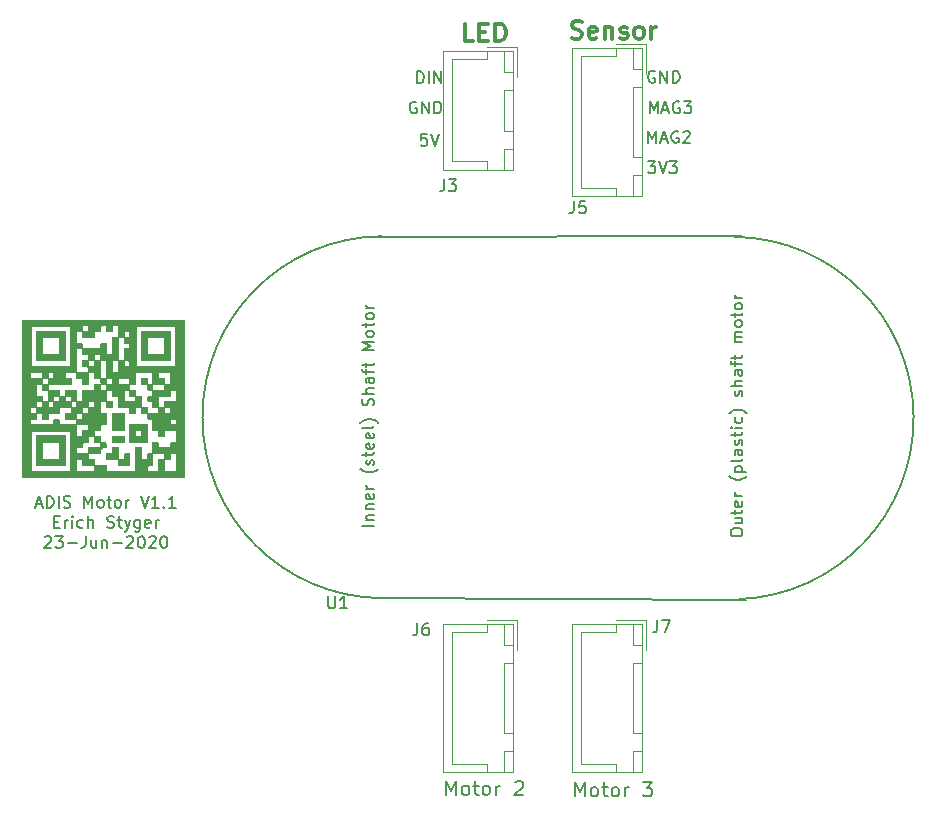
<source format=gbr>
G04 #@! TF.GenerationSoftware,KiCad,Pcbnew,(5.1.5)-3*
G04 #@! TF.CreationDate,2020-06-25T09:37:35+02:00*
G04 #@! TF.ProjectId,StepperClockMotor,53746570-7065-4724-936c-6f636b4d6f74,v1.1*
G04 #@! TF.SameCoordinates,Original*
G04 #@! TF.FileFunction,Legend,Top*
G04 #@! TF.FilePolarity,Positive*
%FSLAX46Y46*%
G04 Gerber Fmt 4.6, Leading zero omitted, Abs format (unit mm)*
G04 Created by KiCad (PCBNEW (5.1.5)-3) date 2020-06-25 09:37:35*
%MOMM*%
%LPD*%
G04 APERTURE LIST*
%ADD10C,0.200000*%
%ADD11C,0.300000*%
%ADD12C,0.150000*%
%ADD13C,0.120000*%
%ADD14C,0.010000*%
G04 APERTURE END LIST*
D10*
X118823895Y-113700740D02*
X118728657Y-113653120D01*
X118585800Y-113653120D01*
X118442942Y-113700740D01*
X118347704Y-113795978D01*
X118300085Y-113891216D01*
X118252466Y-114081692D01*
X118252466Y-114224549D01*
X118300085Y-114415025D01*
X118347704Y-114510263D01*
X118442942Y-114605501D01*
X118585800Y-114653120D01*
X118681038Y-114653120D01*
X118823895Y-114605501D01*
X118871514Y-114557882D01*
X118871514Y-114224549D01*
X118681038Y-114224549D01*
X119300085Y-114653120D02*
X119300085Y-113653120D01*
X119871514Y-114653120D01*
X119871514Y-113653120D01*
X120347704Y-114653120D02*
X120347704Y-113653120D01*
X120585800Y-113653120D01*
X120728657Y-113700740D01*
X120823895Y-113795978D01*
X120871514Y-113891216D01*
X120919133Y-114081692D01*
X120919133Y-114224549D01*
X120871514Y-114415025D01*
X120823895Y-114510263D01*
X120728657Y-114605501D01*
X120585800Y-114653120D01*
X120347704Y-114653120D01*
X98681990Y-114703120D02*
X98681990Y-113703120D01*
X98920085Y-113703120D01*
X99062942Y-113750740D01*
X99158180Y-113845978D01*
X99205800Y-113941216D01*
X99253419Y-114131692D01*
X99253419Y-114274549D01*
X99205800Y-114465025D01*
X99158180Y-114560263D01*
X99062942Y-114655501D01*
X98920085Y-114703120D01*
X98681990Y-114703120D01*
X99681990Y-114703120D02*
X99681990Y-113703120D01*
X100158180Y-114703120D02*
X100158180Y-113703120D01*
X100729609Y-114703120D01*
X100729609Y-113703120D01*
X98643895Y-116300740D02*
X98548657Y-116253120D01*
X98405800Y-116253120D01*
X98262942Y-116300740D01*
X98167704Y-116395978D01*
X98120085Y-116491216D01*
X98072466Y-116681692D01*
X98072466Y-116824549D01*
X98120085Y-117015025D01*
X98167704Y-117110263D01*
X98262942Y-117205501D01*
X98405800Y-117253120D01*
X98501038Y-117253120D01*
X98643895Y-117205501D01*
X98691514Y-117157882D01*
X98691514Y-116824549D01*
X98501038Y-116824549D01*
X99120085Y-117253120D02*
X99120085Y-116253120D01*
X99691514Y-117253120D01*
X99691514Y-116253120D01*
X100167704Y-117253120D02*
X100167704Y-116253120D01*
X100405800Y-116253120D01*
X100548657Y-116300740D01*
X100643895Y-116395978D01*
X100691514Y-116491216D01*
X100739133Y-116681692D01*
X100739133Y-116824549D01*
X100691514Y-117015025D01*
X100643895Y-117110263D01*
X100548657Y-117205501D01*
X100405800Y-117253120D01*
X100167704Y-117253120D01*
X99515323Y-119003120D02*
X99039133Y-119003120D01*
X98991514Y-119479311D01*
X99039133Y-119431692D01*
X99134371Y-119384073D01*
X99372466Y-119384073D01*
X99467704Y-119431692D01*
X99515323Y-119479311D01*
X99562942Y-119574549D01*
X99562942Y-119812644D01*
X99515323Y-119907882D01*
X99467704Y-119955501D01*
X99372466Y-120003120D01*
X99134371Y-120003120D01*
X99039133Y-119955501D01*
X98991514Y-119907882D01*
X99848657Y-119003120D02*
X100181990Y-120003120D01*
X100515323Y-119003120D01*
X118247704Y-121313120D02*
X118866752Y-121313120D01*
X118533419Y-121694073D01*
X118676276Y-121694073D01*
X118771514Y-121741692D01*
X118819133Y-121789311D01*
X118866752Y-121884549D01*
X118866752Y-122122644D01*
X118819133Y-122217882D01*
X118771514Y-122265501D01*
X118676276Y-122313120D01*
X118390561Y-122313120D01*
X118295323Y-122265501D01*
X118247704Y-122217882D01*
X119152466Y-121313120D02*
X119485800Y-122313120D01*
X119819133Y-121313120D01*
X120057228Y-121313120D02*
X120676276Y-121313120D01*
X120342942Y-121694073D01*
X120485800Y-121694073D01*
X120581038Y-121741692D01*
X120628657Y-121789311D01*
X120676276Y-121884549D01*
X120676276Y-122122644D01*
X120628657Y-122217882D01*
X120581038Y-122265501D01*
X120485800Y-122313120D01*
X120200085Y-122313120D01*
X120104847Y-122265501D01*
X120057228Y-122217882D01*
X118277704Y-119753120D02*
X118277704Y-118753120D01*
X118611038Y-119467406D01*
X118944371Y-118753120D01*
X118944371Y-119753120D01*
X119372942Y-119467406D02*
X119849133Y-119467406D01*
X119277704Y-119753120D02*
X119611038Y-118753120D01*
X119944371Y-119753120D01*
X120801514Y-118800740D02*
X120706276Y-118753120D01*
X120563419Y-118753120D01*
X120420561Y-118800740D01*
X120325323Y-118895978D01*
X120277704Y-118991216D01*
X120230085Y-119181692D01*
X120230085Y-119324549D01*
X120277704Y-119515025D01*
X120325323Y-119610263D01*
X120420561Y-119705501D01*
X120563419Y-119753120D01*
X120658657Y-119753120D01*
X120801514Y-119705501D01*
X120849133Y-119657882D01*
X120849133Y-119324549D01*
X120658657Y-119324549D01*
X121230085Y-118848359D02*
X121277704Y-118800740D01*
X121372942Y-118753120D01*
X121611038Y-118753120D01*
X121706276Y-118800740D01*
X121753895Y-118848359D01*
X121801514Y-118943597D01*
X121801514Y-119038835D01*
X121753895Y-119181692D01*
X121182466Y-119753120D01*
X121801514Y-119753120D01*
X118387704Y-117243120D02*
X118387704Y-116243120D01*
X118721038Y-116957406D01*
X119054371Y-116243120D01*
X119054371Y-117243120D01*
X119482942Y-116957406D02*
X119959133Y-116957406D01*
X119387704Y-117243120D02*
X119721038Y-116243120D01*
X120054371Y-117243120D01*
X120911514Y-116290740D02*
X120816276Y-116243120D01*
X120673419Y-116243120D01*
X120530561Y-116290740D01*
X120435323Y-116385978D01*
X120387704Y-116481216D01*
X120340085Y-116671692D01*
X120340085Y-116814549D01*
X120387704Y-117005025D01*
X120435323Y-117100263D01*
X120530561Y-117195501D01*
X120673419Y-117243120D01*
X120768657Y-117243120D01*
X120911514Y-117195501D01*
X120959133Y-117147882D01*
X120959133Y-116814549D01*
X120768657Y-116814549D01*
X121292466Y-116243120D02*
X121911514Y-116243120D01*
X121578180Y-116624073D01*
X121721038Y-116624073D01*
X121816276Y-116671692D01*
X121863895Y-116719311D01*
X121911514Y-116814549D01*
X121911514Y-117052644D01*
X121863895Y-117147882D01*
X121816276Y-117195501D01*
X121721038Y-117243120D01*
X121435323Y-117243120D01*
X121340085Y-117195501D01*
X121292466Y-117147882D01*
D11*
X103471514Y-111149311D02*
X102757228Y-111149311D01*
X102757228Y-109649311D01*
X103971514Y-110363597D02*
X104471514Y-110363597D01*
X104685800Y-111149311D02*
X103971514Y-111149311D01*
X103971514Y-109649311D01*
X104685800Y-109649311D01*
X105328657Y-111149311D02*
X105328657Y-109649311D01*
X105685800Y-109649311D01*
X105900085Y-109720740D01*
X106042942Y-109863597D01*
X106114371Y-110006454D01*
X106185800Y-110292168D01*
X106185800Y-110506454D01*
X106114371Y-110792168D01*
X106042942Y-110935025D01*
X105900085Y-111077882D01*
X105685800Y-111149311D01*
X105328657Y-111149311D01*
X111805800Y-110847882D02*
X112020085Y-110919311D01*
X112377228Y-110919311D01*
X112520085Y-110847882D01*
X112591514Y-110776454D01*
X112662942Y-110633597D01*
X112662942Y-110490740D01*
X112591514Y-110347882D01*
X112520085Y-110276454D01*
X112377228Y-110205025D01*
X112091514Y-110133597D01*
X111948657Y-110062168D01*
X111877228Y-109990740D01*
X111805800Y-109847882D01*
X111805800Y-109705025D01*
X111877228Y-109562168D01*
X111948657Y-109490740D01*
X112091514Y-109419311D01*
X112448657Y-109419311D01*
X112662942Y-109490740D01*
X113877228Y-110847882D02*
X113734371Y-110919311D01*
X113448657Y-110919311D01*
X113305800Y-110847882D01*
X113234371Y-110705025D01*
X113234371Y-110133597D01*
X113305800Y-109990740D01*
X113448657Y-109919311D01*
X113734371Y-109919311D01*
X113877228Y-109990740D01*
X113948657Y-110133597D01*
X113948657Y-110276454D01*
X113234371Y-110419311D01*
X114591514Y-109919311D02*
X114591514Y-110919311D01*
X114591514Y-110062168D02*
X114662942Y-109990740D01*
X114805800Y-109919311D01*
X115020085Y-109919311D01*
X115162942Y-109990740D01*
X115234371Y-110133597D01*
X115234371Y-110919311D01*
X115877228Y-110847882D02*
X116020085Y-110919311D01*
X116305800Y-110919311D01*
X116448657Y-110847882D01*
X116520085Y-110705025D01*
X116520085Y-110633597D01*
X116448657Y-110490740D01*
X116305800Y-110419311D01*
X116091514Y-110419311D01*
X115948657Y-110347882D01*
X115877228Y-110205025D01*
X115877228Y-110133597D01*
X115948657Y-109990740D01*
X116091514Y-109919311D01*
X116305800Y-109919311D01*
X116448657Y-109990740D01*
X117377228Y-110919311D02*
X117234371Y-110847882D01*
X117162942Y-110776454D01*
X117091514Y-110633597D01*
X117091514Y-110205025D01*
X117162942Y-110062168D01*
X117234371Y-109990740D01*
X117377228Y-109919311D01*
X117591514Y-109919311D01*
X117734371Y-109990740D01*
X117805800Y-110062168D01*
X117877228Y-110205025D01*
X117877228Y-110633597D01*
X117805800Y-110776454D01*
X117734371Y-110847882D01*
X117591514Y-110919311D01*
X117377228Y-110919311D01*
X118520085Y-110919311D02*
X118520085Y-109919311D01*
X118520085Y-110205025D02*
X118591514Y-110062168D01*
X118662942Y-109990740D01*
X118805800Y-109919311D01*
X118948657Y-109919311D01*
D10*
X112077228Y-175083597D02*
X112077228Y-173883597D01*
X112477228Y-174740740D01*
X112877228Y-173883597D01*
X112877228Y-175083597D01*
X113620085Y-175083597D02*
X113505800Y-175026454D01*
X113448657Y-174969311D01*
X113391514Y-174855025D01*
X113391514Y-174512168D01*
X113448657Y-174397882D01*
X113505800Y-174340740D01*
X113620085Y-174283597D01*
X113791514Y-174283597D01*
X113905800Y-174340740D01*
X113962942Y-174397882D01*
X114020085Y-174512168D01*
X114020085Y-174855025D01*
X113962942Y-174969311D01*
X113905800Y-175026454D01*
X113791514Y-175083597D01*
X113620085Y-175083597D01*
X114362942Y-174283597D02*
X114820085Y-174283597D01*
X114534371Y-173883597D02*
X114534371Y-174912168D01*
X114591514Y-175026454D01*
X114705800Y-175083597D01*
X114820085Y-175083597D01*
X115391514Y-175083597D02*
X115277228Y-175026454D01*
X115220085Y-174969311D01*
X115162942Y-174855025D01*
X115162942Y-174512168D01*
X115220085Y-174397882D01*
X115277228Y-174340740D01*
X115391514Y-174283597D01*
X115562942Y-174283597D01*
X115677228Y-174340740D01*
X115734371Y-174397882D01*
X115791514Y-174512168D01*
X115791514Y-174855025D01*
X115734371Y-174969311D01*
X115677228Y-175026454D01*
X115562942Y-175083597D01*
X115391514Y-175083597D01*
X116305800Y-175083597D02*
X116305800Y-174283597D01*
X116305800Y-174512168D02*
X116362942Y-174397882D01*
X116420085Y-174340740D01*
X116534371Y-174283597D01*
X116648657Y-174283597D01*
X117848657Y-173883597D02*
X118591514Y-173883597D01*
X118191514Y-174340740D01*
X118362942Y-174340740D01*
X118477228Y-174397882D01*
X118534371Y-174455025D01*
X118591514Y-174569311D01*
X118591514Y-174855025D01*
X118534371Y-174969311D01*
X118477228Y-175026454D01*
X118362942Y-175083597D01*
X118020085Y-175083597D01*
X117905800Y-175026454D01*
X117848657Y-174969311D01*
X101167228Y-174973597D02*
X101167228Y-173773597D01*
X101567228Y-174630740D01*
X101967228Y-173773597D01*
X101967228Y-174973597D01*
X102710085Y-174973597D02*
X102595800Y-174916454D01*
X102538657Y-174859311D01*
X102481514Y-174745025D01*
X102481514Y-174402168D01*
X102538657Y-174287882D01*
X102595800Y-174230740D01*
X102710085Y-174173597D01*
X102881514Y-174173597D01*
X102995800Y-174230740D01*
X103052942Y-174287882D01*
X103110085Y-174402168D01*
X103110085Y-174745025D01*
X103052942Y-174859311D01*
X102995800Y-174916454D01*
X102881514Y-174973597D01*
X102710085Y-174973597D01*
X103452942Y-174173597D02*
X103910085Y-174173597D01*
X103624371Y-173773597D02*
X103624371Y-174802168D01*
X103681514Y-174916454D01*
X103795800Y-174973597D01*
X103910085Y-174973597D01*
X104481514Y-174973597D02*
X104367228Y-174916454D01*
X104310085Y-174859311D01*
X104252942Y-174745025D01*
X104252942Y-174402168D01*
X104310085Y-174287882D01*
X104367228Y-174230740D01*
X104481514Y-174173597D01*
X104652942Y-174173597D01*
X104767228Y-174230740D01*
X104824371Y-174287882D01*
X104881514Y-174402168D01*
X104881514Y-174745025D01*
X104824371Y-174859311D01*
X104767228Y-174916454D01*
X104652942Y-174973597D01*
X104481514Y-174973597D01*
X105395800Y-174973597D02*
X105395800Y-174173597D01*
X105395800Y-174402168D02*
X105452942Y-174287882D01*
X105510085Y-174230740D01*
X105624371Y-174173597D01*
X105738657Y-174173597D01*
X106995800Y-173887882D02*
X107052942Y-173830740D01*
X107167228Y-173773597D01*
X107452942Y-173773597D01*
X107567228Y-173830740D01*
X107624371Y-173887882D01*
X107681514Y-174002168D01*
X107681514Y-174116454D01*
X107624371Y-174287882D01*
X106938657Y-174973597D01*
X107681514Y-174973597D01*
X66441038Y-150357406D02*
X66917228Y-150357406D01*
X66345800Y-150643120D02*
X66679133Y-149643120D01*
X67012466Y-150643120D01*
X67345800Y-150643120D02*
X67345800Y-149643120D01*
X67583895Y-149643120D01*
X67726752Y-149690740D01*
X67821990Y-149785978D01*
X67869609Y-149881216D01*
X67917228Y-150071692D01*
X67917228Y-150214549D01*
X67869609Y-150405025D01*
X67821990Y-150500263D01*
X67726752Y-150595501D01*
X67583895Y-150643120D01*
X67345800Y-150643120D01*
X68345800Y-150643120D02*
X68345800Y-149643120D01*
X68774371Y-150595501D02*
X68917228Y-150643120D01*
X69155323Y-150643120D01*
X69250561Y-150595501D01*
X69298180Y-150547882D01*
X69345800Y-150452644D01*
X69345800Y-150357406D01*
X69298180Y-150262168D01*
X69250561Y-150214549D01*
X69155323Y-150166930D01*
X68964847Y-150119311D01*
X68869609Y-150071692D01*
X68821990Y-150024073D01*
X68774371Y-149928835D01*
X68774371Y-149833597D01*
X68821990Y-149738359D01*
X68869609Y-149690740D01*
X68964847Y-149643120D01*
X69202942Y-149643120D01*
X69345800Y-149690740D01*
X70536276Y-150643120D02*
X70536276Y-149643120D01*
X70869609Y-150357406D01*
X71202942Y-149643120D01*
X71202942Y-150643120D01*
X71821990Y-150643120D02*
X71726752Y-150595501D01*
X71679133Y-150547882D01*
X71631514Y-150452644D01*
X71631514Y-150166930D01*
X71679133Y-150071692D01*
X71726752Y-150024073D01*
X71821990Y-149976454D01*
X71964847Y-149976454D01*
X72060085Y-150024073D01*
X72107704Y-150071692D01*
X72155323Y-150166930D01*
X72155323Y-150452644D01*
X72107704Y-150547882D01*
X72060085Y-150595501D01*
X71964847Y-150643120D01*
X71821990Y-150643120D01*
X72441038Y-149976454D02*
X72821990Y-149976454D01*
X72583895Y-149643120D02*
X72583895Y-150500263D01*
X72631514Y-150595501D01*
X72726752Y-150643120D01*
X72821990Y-150643120D01*
X73298180Y-150643120D02*
X73202942Y-150595501D01*
X73155323Y-150547882D01*
X73107704Y-150452644D01*
X73107704Y-150166930D01*
X73155323Y-150071692D01*
X73202942Y-150024073D01*
X73298180Y-149976454D01*
X73441038Y-149976454D01*
X73536276Y-150024073D01*
X73583895Y-150071692D01*
X73631514Y-150166930D01*
X73631514Y-150452644D01*
X73583895Y-150547882D01*
X73536276Y-150595501D01*
X73441038Y-150643120D01*
X73298180Y-150643120D01*
X74060085Y-150643120D02*
X74060085Y-149976454D01*
X74060085Y-150166930D02*
X74107704Y-150071692D01*
X74155323Y-150024073D01*
X74250561Y-149976454D01*
X74345800Y-149976454D01*
X75298180Y-149643120D02*
X75631514Y-150643120D01*
X75964847Y-149643120D01*
X76821990Y-150643120D02*
X76250561Y-150643120D01*
X76536276Y-150643120D02*
X76536276Y-149643120D01*
X76441038Y-149785978D01*
X76345800Y-149881216D01*
X76250561Y-149928835D01*
X77250561Y-150547882D02*
X77298180Y-150595501D01*
X77250561Y-150643120D01*
X77202942Y-150595501D01*
X77250561Y-150547882D01*
X77250561Y-150643120D01*
X78250561Y-150643120D02*
X77679133Y-150643120D01*
X77964847Y-150643120D02*
X77964847Y-149643120D01*
X77869609Y-149785978D01*
X77774371Y-149881216D01*
X77679133Y-149928835D01*
X67988657Y-151819311D02*
X68321990Y-151819311D01*
X68464847Y-152343120D02*
X67988657Y-152343120D01*
X67988657Y-151343120D01*
X68464847Y-151343120D01*
X68893419Y-152343120D02*
X68893419Y-151676454D01*
X68893419Y-151866930D02*
X68941038Y-151771692D01*
X68988657Y-151724073D01*
X69083895Y-151676454D01*
X69179133Y-151676454D01*
X69512466Y-152343120D02*
X69512466Y-151676454D01*
X69512466Y-151343120D02*
X69464847Y-151390740D01*
X69512466Y-151438359D01*
X69560085Y-151390740D01*
X69512466Y-151343120D01*
X69512466Y-151438359D01*
X70417228Y-152295501D02*
X70321990Y-152343120D01*
X70131514Y-152343120D01*
X70036276Y-152295501D01*
X69988657Y-152247882D01*
X69941038Y-152152644D01*
X69941038Y-151866930D01*
X69988657Y-151771692D01*
X70036276Y-151724073D01*
X70131514Y-151676454D01*
X70321990Y-151676454D01*
X70417228Y-151724073D01*
X70845800Y-152343120D02*
X70845800Y-151343120D01*
X71274371Y-152343120D02*
X71274371Y-151819311D01*
X71226752Y-151724073D01*
X71131514Y-151676454D01*
X70988657Y-151676454D01*
X70893419Y-151724073D01*
X70845800Y-151771692D01*
X72464847Y-152295501D02*
X72607704Y-152343120D01*
X72845800Y-152343120D01*
X72941038Y-152295501D01*
X72988657Y-152247882D01*
X73036276Y-152152644D01*
X73036276Y-152057406D01*
X72988657Y-151962168D01*
X72941038Y-151914549D01*
X72845800Y-151866930D01*
X72655323Y-151819311D01*
X72560085Y-151771692D01*
X72512466Y-151724073D01*
X72464847Y-151628835D01*
X72464847Y-151533597D01*
X72512466Y-151438359D01*
X72560085Y-151390740D01*
X72655323Y-151343120D01*
X72893419Y-151343120D01*
X73036276Y-151390740D01*
X73321990Y-151676454D02*
X73702942Y-151676454D01*
X73464847Y-151343120D02*
X73464847Y-152200263D01*
X73512466Y-152295501D01*
X73607704Y-152343120D01*
X73702942Y-152343120D01*
X73941038Y-151676454D02*
X74179133Y-152343120D01*
X74417228Y-151676454D02*
X74179133Y-152343120D01*
X74083895Y-152581216D01*
X74036276Y-152628835D01*
X73941038Y-152676454D01*
X75226752Y-151676454D02*
X75226752Y-152485978D01*
X75179133Y-152581216D01*
X75131514Y-152628835D01*
X75036276Y-152676454D01*
X74893419Y-152676454D01*
X74798180Y-152628835D01*
X75226752Y-152295501D02*
X75131514Y-152343120D01*
X74941038Y-152343120D01*
X74845800Y-152295501D01*
X74798180Y-152247882D01*
X74750561Y-152152644D01*
X74750561Y-151866930D01*
X74798180Y-151771692D01*
X74845800Y-151724073D01*
X74941038Y-151676454D01*
X75131514Y-151676454D01*
X75226752Y-151724073D01*
X76083895Y-152295501D02*
X75988657Y-152343120D01*
X75798180Y-152343120D01*
X75702942Y-152295501D01*
X75655323Y-152200263D01*
X75655323Y-151819311D01*
X75702942Y-151724073D01*
X75798180Y-151676454D01*
X75988657Y-151676454D01*
X76083895Y-151724073D01*
X76131514Y-151819311D01*
X76131514Y-151914549D01*
X75655323Y-152009787D01*
X76560085Y-152343120D02*
X76560085Y-151676454D01*
X76560085Y-151866930D02*
X76607704Y-151771692D01*
X76655323Y-151724073D01*
X76750561Y-151676454D01*
X76845800Y-151676454D01*
X67155323Y-153138359D02*
X67202942Y-153090740D01*
X67298180Y-153043120D01*
X67536276Y-153043120D01*
X67631514Y-153090740D01*
X67679133Y-153138359D01*
X67726752Y-153233597D01*
X67726752Y-153328835D01*
X67679133Y-153471692D01*
X67107704Y-154043120D01*
X67726752Y-154043120D01*
X68060085Y-153043120D02*
X68679133Y-153043120D01*
X68345800Y-153424073D01*
X68488657Y-153424073D01*
X68583895Y-153471692D01*
X68631514Y-153519311D01*
X68679133Y-153614549D01*
X68679133Y-153852644D01*
X68631514Y-153947882D01*
X68583895Y-153995501D01*
X68488657Y-154043120D01*
X68202942Y-154043120D01*
X68107704Y-153995501D01*
X68060085Y-153947882D01*
X69107704Y-153662168D02*
X69869609Y-153662168D01*
X70631514Y-153043120D02*
X70631514Y-153757406D01*
X70583895Y-153900263D01*
X70488657Y-153995501D01*
X70345800Y-154043120D01*
X70250561Y-154043120D01*
X71536276Y-153376454D02*
X71536276Y-154043120D01*
X71107704Y-153376454D02*
X71107704Y-153900263D01*
X71155323Y-153995501D01*
X71250561Y-154043120D01*
X71393419Y-154043120D01*
X71488657Y-153995501D01*
X71536276Y-153947882D01*
X72012466Y-153376454D02*
X72012466Y-154043120D01*
X72012466Y-153471692D02*
X72060085Y-153424073D01*
X72155323Y-153376454D01*
X72298180Y-153376454D01*
X72393419Y-153424073D01*
X72441038Y-153519311D01*
X72441038Y-154043120D01*
X72917228Y-153662168D02*
X73679133Y-153662168D01*
X74107704Y-153138359D02*
X74155323Y-153090740D01*
X74250561Y-153043120D01*
X74488657Y-153043120D01*
X74583895Y-153090740D01*
X74631514Y-153138359D01*
X74679133Y-153233597D01*
X74679133Y-153328835D01*
X74631514Y-153471692D01*
X74060085Y-154043120D01*
X74679133Y-154043120D01*
X75298180Y-153043120D02*
X75393419Y-153043120D01*
X75488657Y-153090740D01*
X75536276Y-153138359D01*
X75583895Y-153233597D01*
X75631514Y-153424073D01*
X75631514Y-153662168D01*
X75583895Y-153852644D01*
X75536276Y-153947882D01*
X75488657Y-153995501D01*
X75393419Y-154043120D01*
X75298180Y-154043120D01*
X75202942Y-153995501D01*
X75155323Y-153947882D01*
X75107704Y-153852644D01*
X75060085Y-153662168D01*
X75060085Y-153424073D01*
X75107704Y-153233597D01*
X75155323Y-153138359D01*
X75202942Y-153090740D01*
X75298180Y-153043120D01*
X76012466Y-153138359D02*
X76060085Y-153090740D01*
X76155323Y-153043120D01*
X76393419Y-153043120D01*
X76488657Y-153090740D01*
X76536276Y-153138359D01*
X76583895Y-153233597D01*
X76583895Y-153328835D01*
X76536276Y-153471692D01*
X75964847Y-154043120D01*
X76583895Y-154043120D01*
X77202942Y-153043120D02*
X77298180Y-153043120D01*
X77393419Y-153090740D01*
X77441038Y-153138359D01*
X77488657Y-153233597D01*
X77536276Y-153424073D01*
X77536276Y-153662168D01*
X77488657Y-153852644D01*
X77441038Y-153947882D01*
X77393419Y-153995501D01*
X77298180Y-154043120D01*
X77202942Y-154043120D01*
X77107704Y-153995501D01*
X77060085Y-153947882D01*
X77012466Y-153852644D01*
X76964847Y-153662168D01*
X76964847Y-153424073D01*
X77012466Y-153233597D01*
X77060085Y-153138359D01*
X77107704Y-153090740D01*
X77202942Y-153043120D01*
D12*
X125575971Y-127713911D02*
G75*
G02X125955945Y-158380740I-180171J-15338001D01*
G01*
X95785800Y-158300619D02*
G75*
G02X95735800Y-127661139I60000J15319879D01*
G01*
X94679820Y-127706033D02*
X126199820Y-127666033D01*
X94855800Y-158280740D02*
X126515800Y-158430740D01*
D13*
X106843800Y-111944740D02*
X100893800Y-111944740D01*
X100893800Y-111944740D02*
X100893800Y-122044740D01*
X100893800Y-122044740D02*
X106843800Y-122044740D01*
X106843800Y-122044740D02*
X106843800Y-111944740D01*
X106843800Y-115244740D02*
X106093800Y-115244740D01*
X106093800Y-115244740D02*
X106093800Y-118744740D01*
X106093800Y-118744740D02*
X106843800Y-118744740D01*
X106843800Y-118744740D02*
X106843800Y-115244740D01*
X106843800Y-111944740D02*
X106093800Y-111944740D01*
X106093800Y-111944740D02*
X106093800Y-113744740D01*
X106093800Y-113744740D02*
X106843800Y-113744740D01*
X106843800Y-113744740D02*
X106843800Y-111944740D01*
X106843800Y-120244740D02*
X106093800Y-120244740D01*
X106093800Y-120244740D02*
X106093800Y-122044740D01*
X106093800Y-122044740D02*
X106843800Y-122044740D01*
X106843800Y-122044740D02*
X106843800Y-120244740D01*
X104593800Y-111944740D02*
X104593800Y-112694740D01*
X104593800Y-112694740D02*
X101643800Y-112694740D01*
X101643800Y-112694740D02*
X101643800Y-116994740D01*
X104593800Y-122044740D02*
X104593800Y-121294740D01*
X104593800Y-121294740D02*
X101643800Y-121294740D01*
X101643800Y-121294740D02*
X101643800Y-116994740D01*
X107143800Y-114144740D02*
X107143800Y-111644740D01*
X107143800Y-111644740D02*
X104643800Y-111644740D01*
X117765800Y-111690740D02*
X111815800Y-111690740D01*
X111815800Y-111690740D02*
X111815800Y-124290740D01*
X111815800Y-124290740D02*
X117765800Y-124290740D01*
X117765800Y-124290740D02*
X117765800Y-111690740D01*
X117765800Y-114990740D02*
X117015800Y-114990740D01*
X117015800Y-114990740D02*
X117015800Y-120990740D01*
X117015800Y-120990740D02*
X117765800Y-120990740D01*
X117765800Y-120990740D02*
X117765800Y-114990740D01*
X117765800Y-111690740D02*
X117015800Y-111690740D01*
X117015800Y-111690740D02*
X117015800Y-113490740D01*
X117015800Y-113490740D02*
X117765800Y-113490740D01*
X117765800Y-113490740D02*
X117765800Y-111690740D01*
X117765800Y-122490740D02*
X117015800Y-122490740D01*
X117015800Y-122490740D02*
X117015800Y-124290740D01*
X117015800Y-124290740D02*
X117765800Y-124290740D01*
X117765800Y-124290740D02*
X117765800Y-122490740D01*
X115515800Y-111690740D02*
X115515800Y-112440740D01*
X115515800Y-112440740D02*
X112565800Y-112440740D01*
X112565800Y-112440740D02*
X112565800Y-117990740D01*
X115515800Y-124290740D02*
X115515800Y-123540740D01*
X115515800Y-123540740D02*
X112565800Y-123540740D01*
X112565800Y-123540740D02*
X112565800Y-117990740D01*
X118065800Y-113890740D02*
X118065800Y-111390740D01*
X118065800Y-111390740D02*
X115565800Y-111390740D01*
X117765800Y-160458740D02*
X111815800Y-160458740D01*
X111815800Y-160458740D02*
X111815800Y-173058740D01*
X111815800Y-173058740D02*
X117765800Y-173058740D01*
X117765800Y-173058740D02*
X117765800Y-160458740D01*
X117765800Y-163758740D02*
X117015800Y-163758740D01*
X117015800Y-163758740D02*
X117015800Y-169758740D01*
X117015800Y-169758740D02*
X117765800Y-169758740D01*
X117765800Y-169758740D02*
X117765800Y-163758740D01*
X117765800Y-160458740D02*
X117015800Y-160458740D01*
X117015800Y-160458740D02*
X117015800Y-162258740D01*
X117015800Y-162258740D02*
X117765800Y-162258740D01*
X117765800Y-162258740D02*
X117765800Y-160458740D01*
X117765800Y-171258740D02*
X117015800Y-171258740D01*
X117015800Y-171258740D02*
X117015800Y-173058740D01*
X117015800Y-173058740D02*
X117765800Y-173058740D01*
X117765800Y-173058740D02*
X117765800Y-171258740D01*
X115515800Y-160458740D02*
X115515800Y-161208740D01*
X115515800Y-161208740D02*
X112565800Y-161208740D01*
X112565800Y-161208740D02*
X112565800Y-166758740D01*
X115515800Y-173058740D02*
X115515800Y-172308740D01*
X115515800Y-172308740D02*
X112565800Y-172308740D01*
X112565800Y-172308740D02*
X112565800Y-166758740D01*
X118065800Y-162658740D02*
X118065800Y-160158740D01*
X118065800Y-160158740D02*
X115565800Y-160158740D01*
X106843800Y-160458740D02*
X100893800Y-160458740D01*
X100893800Y-160458740D02*
X100893800Y-173058740D01*
X100893800Y-173058740D02*
X106843800Y-173058740D01*
X106843800Y-173058740D02*
X106843800Y-160458740D01*
X106843800Y-163758740D02*
X106093800Y-163758740D01*
X106093800Y-163758740D02*
X106093800Y-169758740D01*
X106093800Y-169758740D02*
X106843800Y-169758740D01*
X106843800Y-169758740D02*
X106843800Y-163758740D01*
X106843800Y-160458740D02*
X106093800Y-160458740D01*
X106093800Y-160458740D02*
X106093800Y-162258740D01*
X106093800Y-162258740D02*
X106843800Y-162258740D01*
X106843800Y-162258740D02*
X106843800Y-160458740D01*
X106843800Y-171258740D02*
X106093800Y-171258740D01*
X106093800Y-171258740D02*
X106093800Y-173058740D01*
X106093800Y-173058740D02*
X106843800Y-173058740D01*
X106843800Y-173058740D02*
X106843800Y-171258740D01*
X104593800Y-160458740D02*
X104593800Y-161208740D01*
X104593800Y-161208740D02*
X101643800Y-161208740D01*
X101643800Y-161208740D02*
X101643800Y-166758740D01*
X104593800Y-173058740D02*
X104593800Y-172308740D01*
X104593800Y-172308740D02*
X101643800Y-172308740D01*
X101643800Y-172308740D02*
X101643800Y-166758740D01*
X107143800Y-162658740D02*
X107143800Y-160158740D01*
X107143800Y-160158740D02*
X104643800Y-160158740D01*
D14*
G36*
X77787300Y-138180240D02*
G01*
X75310800Y-138180240D01*
X75310800Y-136211740D01*
X75818800Y-136211740D01*
X75818800Y-137672240D01*
X77279300Y-137672240D01*
X77279300Y-136211740D01*
X75818800Y-136211740D01*
X75310800Y-136211740D01*
X75310800Y-135703740D01*
X77787300Y-135703740D01*
X77787300Y-138180240D01*
G37*
X77787300Y-138180240D02*
X75310800Y-138180240D01*
X75310800Y-136211740D01*
X75818800Y-136211740D01*
X75818800Y-137672240D01*
X77279300Y-137672240D01*
X77279300Y-136211740D01*
X75818800Y-136211740D01*
X75310800Y-136211740D01*
X75310800Y-135703740D01*
X77787300Y-135703740D01*
X77787300Y-138180240D01*
G36*
X68897300Y-138180240D02*
G01*
X66420800Y-138180240D01*
X66420800Y-136211740D01*
X66928800Y-136211740D01*
X66928800Y-137672240D01*
X68389300Y-137672240D01*
X68389300Y-136211740D01*
X66928800Y-136211740D01*
X66420800Y-136211740D01*
X66420800Y-135703740D01*
X68897300Y-135703740D01*
X68897300Y-138180240D01*
G37*
X68897300Y-138180240D02*
X66420800Y-138180240D01*
X66420800Y-136211740D01*
X66928800Y-136211740D01*
X66928800Y-137672240D01*
X68389300Y-137672240D01*
X68389300Y-136211740D01*
X66928800Y-136211740D01*
X66420800Y-136211740D01*
X66420800Y-135703740D01*
X68897300Y-135703740D01*
X68897300Y-138180240D01*
G36*
X68897300Y-147070240D02*
G01*
X66420800Y-147070240D01*
X66420800Y-145101740D01*
X66928800Y-145101740D01*
X66928800Y-146562240D01*
X68389300Y-146562240D01*
X68389300Y-145101740D01*
X66928800Y-145101740D01*
X66420800Y-145101740D01*
X66420800Y-144530240D01*
X68897300Y-144530240D01*
X68897300Y-147070240D01*
G37*
X68897300Y-147070240D02*
X66420800Y-147070240D01*
X66420800Y-145101740D01*
X66928800Y-145101740D01*
X66928800Y-146562240D01*
X68389300Y-146562240D01*
X68389300Y-145101740D01*
X66928800Y-145101740D01*
X66420800Y-145101740D01*
X66420800Y-144530240D01*
X68897300Y-144530240D01*
X68897300Y-147070240D01*
G36*
X71373800Y-139640740D02*
G01*
X71373800Y-139132740D01*
X70865800Y-139132740D01*
X70865800Y-138910490D01*
X70858110Y-138768191D01*
X70810631Y-138704952D01*
X70686749Y-138688736D01*
X70611800Y-138688240D01*
X70357800Y-138688240D01*
X70357800Y-138180240D01*
X70865800Y-138180240D01*
X70865800Y-138688240D01*
X71373800Y-138688240D01*
X71373800Y-138180240D01*
X71881800Y-138180240D01*
X71881800Y-139640740D01*
X71373800Y-139640740D01*
G37*
X71373800Y-139640740D02*
X71373800Y-139132740D01*
X70865800Y-139132740D01*
X70865800Y-138910490D01*
X70858110Y-138768191D01*
X70810631Y-138704952D01*
X70686749Y-138688736D01*
X70611800Y-138688240D01*
X70357800Y-138688240D01*
X70357800Y-138180240D01*
X70865800Y-138180240D01*
X70865800Y-138688240D01*
X71373800Y-138688240D01*
X71373800Y-138180240D01*
X71881800Y-138180240D01*
X71881800Y-139640740D01*
X71373800Y-139640740D01*
G36*
X72104050Y-139640740D02*
G01*
X72246348Y-139648429D01*
X72309587Y-139695908D01*
X72325803Y-139819790D01*
X72326300Y-139894740D01*
X72319571Y-140057367D01*
X72278027Y-140129639D01*
X72169630Y-140148172D01*
X72104050Y-140148740D01*
X71961751Y-140141050D01*
X71898512Y-140093571D01*
X71882296Y-139969689D01*
X71881800Y-139894740D01*
X71881800Y-139640740D01*
X72104050Y-139640740D01*
G37*
X72104050Y-139640740D02*
X72246348Y-139648429D01*
X72309587Y-139695908D01*
X72325803Y-139819790D01*
X72326300Y-139894740D01*
X72319571Y-140057367D01*
X72278027Y-140129639D01*
X72169630Y-140148172D01*
X72104050Y-140148740D01*
X71961751Y-140141050D01*
X71898512Y-140093571D01*
X71882296Y-139969689D01*
X71881800Y-139894740D01*
X71881800Y-139640740D01*
X72104050Y-139640740D01*
G36*
X70865800Y-140148740D02*
G01*
X70357800Y-140148740D01*
X70357800Y-139640740D01*
X69849800Y-139640740D01*
X69849800Y-139132740D01*
X70865800Y-139132740D01*
X70865800Y-140148740D01*
G37*
X70865800Y-140148740D02*
X70357800Y-140148740D01*
X70357800Y-139640740D01*
X69849800Y-139640740D01*
X69849800Y-139132740D01*
X70865800Y-139132740D01*
X70865800Y-140148740D01*
G36*
X75818800Y-139894740D02*
G01*
X75825528Y-140057367D01*
X75867072Y-140129639D01*
X75975469Y-140148172D01*
X76041050Y-140148740D01*
X76183348Y-140156429D01*
X76246587Y-140203908D01*
X76262803Y-140327790D01*
X76263300Y-140402740D01*
X76256571Y-140565367D01*
X76215027Y-140637639D01*
X76106630Y-140656172D01*
X76041050Y-140656740D01*
X75898751Y-140649050D01*
X75835512Y-140601571D01*
X75819296Y-140477689D01*
X75818800Y-140402740D01*
X75818800Y-140148740D01*
X75310800Y-140148740D01*
X75310800Y-139640740D01*
X75818800Y-139640740D01*
X75818800Y-139894740D01*
G37*
X75818800Y-139894740D02*
X75825528Y-140057367D01*
X75867072Y-140129639D01*
X75975469Y-140148172D01*
X76041050Y-140148740D01*
X76183348Y-140156429D01*
X76246587Y-140203908D01*
X76262803Y-140327790D01*
X76263300Y-140402740D01*
X76256571Y-140565367D01*
X76215027Y-140637639D01*
X76106630Y-140656172D01*
X76041050Y-140656740D01*
X75898751Y-140649050D01*
X75835512Y-140601571D01*
X75819296Y-140477689D01*
X75818800Y-140402740D01*
X75818800Y-140148740D01*
X75310800Y-140148740D01*
X75310800Y-139640740D01*
X75818800Y-139640740D01*
X75818800Y-139894740D01*
G36*
X74802800Y-141164740D02*
G01*
X74294800Y-141164740D01*
X74294800Y-140656740D01*
X74802800Y-140656740D01*
X74802800Y-141164740D01*
G37*
X74802800Y-141164740D02*
X74294800Y-141164740D01*
X74294800Y-140656740D01*
X74802800Y-140656740D01*
X74802800Y-141164740D01*
G36*
X72834300Y-142117240D02*
G01*
X72326300Y-142117240D01*
X72326300Y-141609240D01*
X72834300Y-141609240D01*
X72834300Y-142117240D01*
G37*
X72834300Y-142117240D02*
X72326300Y-142117240D01*
X72326300Y-141609240D01*
X72834300Y-141609240D01*
X72834300Y-142117240D01*
G36*
X75818800Y-142625240D02*
G01*
X75310800Y-142625240D01*
X75310800Y-142117240D01*
X75818800Y-142117240D01*
X75818800Y-142625240D01*
G37*
X75818800Y-142625240D02*
X75310800Y-142625240D01*
X75310800Y-142117240D01*
X75818800Y-142117240D01*
X75818800Y-142625240D01*
G36*
X66928800Y-140656740D02*
G01*
X66928800Y-140148740D01*
X67436800Y-140148740D01*
X67436800Y-140656740D01*
X66928800Y-140656740D01*
G37*
X66928800Y-140656740D02*
X66928800Y-140148740D01*
X67436800Y-140148740D01*
X67436800Y-140656740D01*
X66928800Y-140656740D01*
G36*
X68389300Y-140656740D02*
G01*
X68389300Y-141164740D01*
X68897300Y-141164740D01*
X68897300Y-140656740D01*
X69849800Y-140656740D01*
X69849800Y-141609240D01*
X69627550Y-141609240D01*
X69485251Y-141616929D01*
X69422012Y-141664408D01*
X69405796Y-141788290D01*
X69405300Y-141863240D01*
X69405300Y-142117240D01*
X68389300Y-142117240D01*
X68389300Y-142625240D01*
X67436800Y-142625240D01*
X67436800Y-143133240D01*
X66928800Y-143133240D01*
X66928800Y-142625240D01*
X66420800Y-142625240D01*
X66420800Y-142117240D01*
X66928800Y-142117240D01*
X66928800Y-141863240D01*
X67436800Y-141863240D01*
X67443528Y-142025867D01*
X67485072Y-142098139D01*
X67593469Y-142116672D01*
X67659050Y-142117240D01*
X67801348Y-142109550D01*
X67864587Y-142062071D01*
X67880803Y-141938189D01*
X67881300Y-141863240D01*
X67881300Y-141609240D01*
X68135300Y-141609240D01*
X68297927Y-141602511D01*
X68370199Y-141560967D01*
X68388732Y-141452570D01*
X68389300Y-141386990D01*
X68897300Y-141386990D01*
X68904989Y-141529288D01*
X68952468Y-141592527D01*
X69076350Y-141608743D01*
X69151300Y-141609240D01*
X69313927Y-141602511D01*
X69386199Y-141560967D01*
X69404732Y-141452570D01*
X69405300Y-141386990D01*
X69397610Y-141244691D01*
X69350131Y-141181452D01*
X69226249Y-141165236D01*
X69151300Y-141164740D01*
X68988672Y-141171468D01*
X68916400Y-141213012D01*
X68897867Y-141321409D01*
X68897300Y-141386990D01*
X68389300Y-141386990D01*
X68381610Y-141244691D01*
X68334131Y-141181452D01*
X68210249Y-141165236D01*
X68135300Y-141164740D01*
X67972672Y-141171468D01*
X67900400Y-141213012D01*
X67881867Y-141321409D01*
X67881300Y-141386990D01*
X67871470Y-141535948D01*
X67816010Y-141597038D01*
X67675966Y-141609212D01*
X67659050Y-141609240D01*
X67516751Y-141616929D01*
X67453512Y-141664408D01*
X67437296Y-141788290D01*
X67436800Y-141863240D01*
X66928800Y-141863240D01*
X66928800Y-141609240D01*
X67436800Y-141609240D01*
X67436800Y-140656740D01*
X68389300Y-140656740D01*
G37*
X68389300Y-140656740D02*
X68389300Y-141164740D01*
X68897300Y-141164740D01*
X68897300Y-140656740D01*
X69849800Y-140656740D01*
X69849800Y-141609240D01*
X69627550Y-141609240D01*
X69485251Y-141616929D01*
X69422012Y-141664408D01*
X69405796Y-141788290D01*
X69405300Y-141863240D01*
X69405300Y-142117240D01*
X68389300Y-142117240D01*
X68389300Y-142625240D01*
X67436800Y-142625240D01*
X67436800Y-143133240D01*
X66928800Y-143133240D01*
X66928800Y-142625240D01*
X66420800Y-142625240D01*
X66420800Y-142117240D01*
X66928800Y-142117240D01*
X66928800Y-141863240D01*
X67436800Y-141863240D01*
X67443528Y-142025867D01*
X67485072Y-142098139D01*
X67593469Y-142116672D01*
X67659050Y-142117240D01*
X67801348Y-142109550D01*
X67864587Y-142062071D01*
X67880803Y-141938189D01*
X67881300Y-141863240D01*
X67881300Y-141609240D01*
X68135300Y-141609240D01*
X68297927Y-141602511D01*
X68370199Y-141560967D01*
X68388732Y-141452570D01*
X68389300Y-141386990D01*
X68897300Y-141386990D01*
X68904989Y-141529288D01*
X68952468Y-141592527D01*
X69076350Y-141608743D01*
X69151300Y-141609240D01*
X69313927Y-141602511D01*
X69386199Y-141560967D01*
X69404732Y-141452570D01*
X69405300Y-141386990D01*
X69397610Y-141244691D01*
X69350131Y-141181452D01*
X69226249Y-141165236D01*
X69151300Y-141164740D01*
X68988672Y-141171468D01*
X68916400Y-141213012D01*
X68897867Y-141321409D01*
X68897300Y-141386990D01*
X68389300Y-141386990D01*
X68381610Y-141244691D01*
X68334131Y-141181452D01*
X68210249Y-141165236D01*
X68135300Y-141164740D01*
X67972672Y-141171468D01*
X67900400Y-141213012D01*
X67881867Y-141321409D01*
X67881300Y-141386990D01*
X67871470Y-141535948D01*
X67816010Y-141597038D01*
X67675966Y-141609212D01*
X67659050Y-141609240D01*
X67516751Y-141616929D01*
X67453512Y-141664408D01*
X67437296Y-141788290D01*
X67436800Y-141863240D01*
X66928800Y-141863240D01*
X66928800Y-141609240D01*
X67436800Y-141609240D01*
X67436800Y-140656740D01*
X68389300Y-140656740D01*
G36*
X73850300Y-144085740D02*
G01*
X72834300Y-144085740D01*
X72834300Y-142625240D01*
X73850300Y-142625240D01*
X73850300Y-144085740D01*
G37*
X73850300Y-144085740D02*
X72834300Y-144085740D01*
X72834300Y-142625240D01*
X73850300Y-142625240D01*
X73850300Y-144085740D01*
G36*
X75818800Y-145101740D02*
G01*
X74294800Y-145101740D01*
X74294800Y-144085740D01*
X74802800Y-144085740D01*
X74802800Y-144593740D01*
X75310800Y-144593740D01*
X75310800Y-144085740D01*
X74802800Y-144085740D01*
X74294800Y-144085740D01*
X74294800Y-143577740D01*
X75818800Y-143577740D01*
X75818800Y-145101740D01*
G37*
X75818800Y-145101740D02*
X74294800Y-145101740D01*
X74294800Y-144085740D01*
X74802800Y-144085740D01*
X74802800Y-144593740D01*
X75310800Y-144593740D01*
X75310800Y-144085740D01*
X74802800Y-144085740D01*
X74294800Y-144085740D01*
X74294800Y-143577740D01*
X75818800Y-143577740D01*
X75818800Y-145101740D01*
G36*
X73850300Y-145101740D02*
G01*
X72834300Y-145101740D01*
X72834300Y-144593740D01*
X73850300Y-144593740D01*
X73850300Y-145101740D01*
G37*
X73850300Y-145101740D02*
X72834300Y-145101740D01*
X72834300Y-144593740D01*
X73850300Y-144593740D01*
X73850300Y-145101740D01*
G36*
X71881800Y-144847740D02*
G01*
X71888528Y-145010367D01*
X71930072Y-145082639D01*
X72038469Y-145101172D01*
X72104050Y-145101740D01*
X72253008Y-145111569D01*
X72314098Y-145167029D01*
X72326272Y-145307073D01*
X72326300Y-145323990D01*
X72316470Y-145472948D01*
X72261010Y-145534038D01*
X72120966Y-145546212D01*
X72104050Y-145546240D01*
X71961751Y-145553929D01*
X71898512Y-145601408D01*
X71882296Y-145725290D01*
X71881800Y-145800240D01*
X71881800Y-146054240D01*
X70865800Y-146054240D01*
X70865800Y-145546240D01*
X71881800Y-145546240D01*
X71881800Y-145323990D01*
X71874110Y-145181691D01*
X71826631Y-145118452D01*
X71702749Y-145102236D01*
X71627800Y-145101740D01*
X71373800Y-145101740D01*
X71373800Y-144593740D01*
X71881800Y-144593740D01*
X71881800Y-144847740D01*
G37*
X71881800Y-144847740D02*
X71888528Y-145010367D01*
X71930072Y-145082639D01*
X72038469Y-145101172D01*
X72104050Y-145101740D01*
X72253008Y-145111569D01*
X72314098Y-145167029D01*
X72326272Y-145307073D01*
X72326300Y-145323990D01*
X72316470Y-145472948D01*
X72261010Y-145534038D01*
X72120966Y-145546212D01*
X72104050Y-145546240D01*
X71961751Y-145553929D01*
X71898512Y-145601408D01*
X71882296Y-145725290D01*
X71881800Y-145800240D01*
X71881800Y-146054240D01*
X70865800Y-146054240D01*
X70865800Y-145546240D01*
X71881800Y-145546240D01*
X71881800Y-145323990D01*
X71874110Y-145181691D01*
X71826631Y-145118452D01*
X71702749Y-145102236D01*
X71627800Y-145101740D01*
X71373800Y-145101740D01*
X71373800Y-144593740D01*
X71881800Y-144593740D01*
X71881800Y-144847740D01*
G36*
X72326300Y-146562240D02*
G01*
X72326300Y-146054240D01*
X72834300Y-146054240D01*
X72834300Y-145546240D01*
X73342300Y-145546240D01*
X73342300Y-146562240D01*
X72326300Y-146562240D01*
G37*
X72326300Y-146562240D02*
X72326300Y-146054240D01*
X72834300Y-146054240D01*
X72834300Y-145546240D01*
X73342300Y-145546240D01*
X73342300Y-146562240D01*
X72326300Y-146562240D01*
G36*
X73850300Y-146562240D02*
G01*
X73850300Y-146308240D01*
X73857028Y-146145612D01*
X73898572Y-146073340D01*
X74006969Y-146054807D01*
X74072550Y-146054240D01*
X74294800Y-146054240D01*
X74294800Y-147070240D01*
X73342300Y-147070240D01*
X73342300Y-146562240D01*
X73850300Y-146562240D01*
G37*
X73850300Y-146562240D02*
X73850300Y-146308240D01*
X73857028Y-146145612D01*
X73898572Y-146073340D01*
X74006969Y-146054807D01*
X74072550Y-146054240D01*
X74294800Y-146054240D01*
X74294800Y-147070240D01*
X73342300Y-147070240D01*
X73342300Y-146562240D01*
X73850300Y-146562240D01*
G36*
X78993800Y-148086240D02*
G01*
X65277800Y-148086240D01*
X65277800Y-144149240D01*
X65976300Y-144149240D01*
X65976300Y-147514740D01*
X69341800Y-147514740D01*
X69341800Y-146562240D01*
X69849800Y-146562240D01*
X69849800Y-147578240D01*
X71373800Y-147578240D01*
X71373800Y-147070240D01*
X70357800Y-147070240D01*
X70357800Y-146562240D01*
X69849800Y-146562240D01*
X69341800Y-146562240D01*
X69341800Y-145546240D01*
X69849800Y-145546240D01*
X69849800Y-146054240D01*
X70865800Y-146054240D01*
X70865800Y-146562240D01*
X71373800Y-146562240D01*
X71373800Y-147070240D01*
X72326300Y-147070240D01*
X72326300Y-147578240D01*
X74802800Y-147578240D01*
X74802800Y-147324240D01*
X75818800Y-147324240D01*
X75818800Y-147578240D01*
X76771300Y-147578240D01*
X77279300Y-147578240D01*
X78295300Y-147578240D01*
X78295300Y-146054240D01*
X77787300Y-146054240D01*
X77787300Y-146562240D01*
X77279300Y-146562240D01*
X77279300Y-147578240D01*
X76771300Y-147578240D01*
X76771300Y-146562240D01*
X77279300Y-146562240D01*
X77279300Y-146054240D01*
X76263300Y-146054240D01*
X76263300Y-147070240D01*
X76041050Y-147070240D01*
X75898751Y-147077929D01*
X75835512Y-147125408D01*
X75819296Y-147249290D01*
X75818800Y-147324240D01*
X74802800Y-147324240D01*
X74802800Y-145546240D01*
X75310800Y-145546240D01*
X75310800Y-146562240D01*
X75818800Y-146562240D01*
X75818800Y-146308240D01*
X75825528Y-146145612D01*
X75867072Y-146073340D01*
X75975469Y-146054807D01*
X76041050Y-146054240D01*
X76263300Y-146054240D01*
X76263300Y-145101740D01*
X76517300Y-145101740D01*
X76679927Y-145108468D01*
X76752199Y-145150012D01*
X76770732Y-145258409D01*
X76771300Y-145323990D01*
X76771300Y-145546240D01*
X77787300Y-145546240D01*
X77787300Y-145323990D01*
X77794989Y-145181691D01*
X77842468Y-145118452D01*
X77966350Y-145102236D01*
X78041300Y-145101740D01*
X78295300Y-145101740D01*
X78295300Y-144085740D01*
X77279300Y-144085740D01*
X77279300Y-144593740D01*
X76771300Y-144593740D01*
X76771300Y-144085740D01*
X76263300Y-144085740D01*
X76263300Y-143355490D01*
X77787300Y-143355490D01*
X77794989Y-143497788D01*
X77842468Y-143561027D01*
X77966350Y-143577243D01*
X78041300Y-143577740D01*
X78203927Y-143571011D01*
X78276199Y-143529467D01*
X78294732Y-143421070D01*
X78295300Y-143355490D01*
X78287610Y-143213191D01*
X78240131Y-143149952D01*
X78116249Y-143133736D01*
X78041300Y-143133240D01*
X77878672Y-143139968D01*
X77806400Y-143181512D01*
X77787867Y-143289909D01*
X77787300Y-143355490D01*
X76263300Y-143355490D01*
X76263300Y-143133240D01*
X76041050Y-143133240D01*
X75898751Y-143125550D01*
X75835512Y-143078071D01*
X75819296Y-142954189D01*
X75818800Y-142879240D01*
X75818800Y-142625240D01*
X76771300Y-142625240D01*
X76771300Y-142117240D01*
X76263300Y-142117240D01*
X76263300Y-141863240D01*
X76256571Y-141700612D01*
X76215027Y-141628340D01*
X76106630Y-141609807D01*
X76041050Y-141609240D01*
X75892091Y-141599410D01*
X75831001Y-141543950D01*
X75818827Y-141403906D01*
X75818800Y-141386990D01*
X75828629Y-141238031D01*
X75884089Y-141176941D01*
X76024133Y-141164767D01*
X76041050Y-141164740D01*
X76771300Y-141164740D01*
X76771300Y-142117240D01*
X77279300Y-142117240D01*
X77279300Y-142625240D01*
X77787300Y-142625240D01*
X77787300Y-142117240D01*
X77279300Y-142117240D01*
X77279300Y-141609240D01*
X78295300Y-141609240D01*
X78295300Y-140656740D01*
X77787300Y-140656740D01*
X77787300Y-141164740D01*
X76771300Y-141164740D01*
X76041050Y-141164740D01*
X76183348Y-141157050D01*
X76246587Y-141109571D01*
X76262803Y-140985689D01*
X76263300Y-140910740D01*
X76263300Y-140656740D01*
X77279300Y-140656740D01*
X77279300Y-140148740D01*
X76263300Y-140148740D01*
X76263300Y-139132740D01*
X76771300Y-139132740D01*
X76771300Y-139640740D01*
X77279300Y-139640740D01*
X77279300Y-140148740D01*
X77787300Y-140148740D01*
X77787300Y-139132740D01*
X76771300Y-139132740D01*
X76263300Y-139132740D01*
X74802800Y-139132740D01*
X74802800Y-140148740D01*
X74294800Y-140148740D01*
X74294800Y-140402740D01*
X74288071Y-140565367D01*
X74246527Y-140637639D01*
X74138130Y-140656172D01*
X74072550Y-140656740D01*
X73850300Y-140656740D01*
X73850300Y-141609240D01*
X74802800Y-141609240D01*
X74802800Y-141386990D01*
X74810489Y-141244691D01*
X74857968Y-141181452D01*
X74981850Y-141165236D01*
X75056800Y-141164740D01*
X75310800Y-141164740D01*
X75310800Y-142117240D01*
X74802800Y-142117240D01*
X74802800Y-142625240D01*
X74294800Y-142625240D01*
X74294800Y-142117240D01*
X73342300Y-142117240D01*
X73342300Y-141164740D01*
X72834300Y-141164740D01*
X72834300Y-140656740D01*
X72326300Y-140656740D01*
X72326300Y-141609240D01*
X71881800Y-141609240D01*
X71881800Y-142625240D01*
X72326300Y-142625240D01*
X72326300Y-143577740D01*
X72104050Y-143577740D01*
X71961751Y-143585429D01*
X71898512Y-143632908D01*
X71882296Y-143756790D01*
X71881800Y-143831740D01*
X71881800Y-144085740D01*
X71373800Y-144085740D01*
X71373800Y-144593740D01*
X70865800Y-144593740D01*
X70865800Y-145101740D01*
X70611800Y-145101740D01*
X70449172Y-145108468D01*
X70376900Y-145150012D01*
X70358367Y-145258409D01*
X70357800Y-145323990D01*
X70350110Y-145466288D01*
X70302631Y-145529527D01*
X70178749Y-145545743D01*
X70103800Y-145546240D01*
X69849800Y-145546240D01*
X69341800Y-145546240D01*
X69341800Y-144593740D01*
X69849800Y-144593740D01*
X70357800Y-144593740D01*
X70357800Y-144085740D01*
X70865800Y-144085740D01*
X70865800Y-143577740D01*
X69849800Y-143577740D01*
X69849800Y-144593740D01*
X69341800Y-144593740D01*
X69341800Y-144149240D01*
X65976300Y-144149240D01*
X65277800Y-144149240D01*
X65277800Y-142117240D01*
X65912800Y-142117240D01*
X65912800Y-142625240D01*
X66420800Y-142625240D01*
X66420800Y-143133240D01*
X66166800Y-143133240D01*
X66004172Y-143139968D01*
X65931900Y-143181512D01*
X65913367Y-143289909D01*
X65912800Y-143355490D01*
X65912800Y-143577740D01*
X67881300Y-143577740D01*
X67881300Y-143355490D01*
X67888989Y-143213191D01*
X67936468Y-143149952D01*
X68060350Y-143133736D01*
X68135300Y-143133240D01*
X68297927Y-143139968D01*
X68370199Y-143181512D01*
X68388732Y-143289909D01*
X68389300Y-143355490D01*
X68389300Y-143577740D01*
X69849800Y-143577740D01*
X69849800Y-143355490D01*
X69857489Y-143213191D01*
X69904968Y-143149952D01*
X70028850Y-143133736D01*
X70103800Y-143133240D01*
X70357800Y-143133240D01*
X70357800Y-142625240D01*
X69849800Y-142625240D01*
X69849800Y-143133240D01*
X68897300Y-143133240D01*
X68897300Y-142625240D01*
X69405300Y-142625240D01*
X69405300Y-142371240D01*
X69412028Y-142208612D01*
X69453572Y-142136340D01*
X69561969Y-142117807D01*
X69627550Y-142117240D01*
X70357800Y-142117240D01*
X70357800Y-142625240D01*
X70865800Y-142625240D01*
X70865800Y-142117240D01*
X70357800Y-142117240D01*
X69627550Y-142117240D01*
X69769848Y-142109550D01*
X69833087Y-142062071D01*
X69849303Y-141938189D01*
X69849800Y-141863240D01*
X69849800Y-141609240D01*
X70357800Y-141609240D01*
X70865800Y-141609240D01*
X70865800Y-142117240D01*
X71373800Y-142117240D01*
X71373800Y-141609240D01*
X70865800Y-141609240D01*
X70357800Y-141609240D01*
X70357800Y-140656740D01*
X71373800Y-140656740D01*
X71373800Y-140148740D01*
X71881800Y-140148740D01*
X71881800Y-140402740D01*
X71888528Y-140565367D01*
X71930072Y-140637639D01*
X72038469Y-140656172D01*
X72104050Y-140656740D01*
X72326300Y-140656740D01*
X72326300Y-140148740D01*
X72834300Y-140148740D01*
X72834300Y-139640740D01*
X73342300Y-139640740D01*
X73342300Y-140148740D01*
X74294800Y-140148740D01*
X74294800Y-139640740D01*
X73342300Y-139640740D01*
X72834300Y-139640740D01*
X72326300Y-139640740D01*
X72326300Y-138180240D01*
X72834300Y-138180240D01*
X72834300Y-139132740D01*
X73342300Y-139132740D01*
X73342300Y-138180240D01*
X72834300Y-138180240D01*
X72326300Y-138180240D01*
X72104050Y-138180240D01*
X71961751Y-138172550D01*
X71898512Y-138125071D01*
X71882296Y-138001189D01*
X71881800Y-137926240D01*
X71881800Y-137672240D01*
X71373800Y-137672240D01*
X71373800Y-138180240D01*
X70865800Y-138180240D01*
X70865800Y-137672240D01*
X70357800Y-137672240D01*
X70357800Y-137164240D01*
X71881800Y-137164240D01*
X71881800Y-136941990D01*
X71891629Y-136793031D01*
X71947089Y-136731941D01*
X72087133Y-136719767D01*
X72104050Y-136719740D01*
X72326300Y-136719740D01*
X72326300Y-137672240D01*
X72834300Y-137672240D01*
X72834300Y-136211740D01*
X73342300Y-136211740D01*
X73342300Y-138180240D01*
X73850300Y-138180240D01*
X73850300Y-138434240D01*
X73857028Y-138596867D01*
X73898572Y-138669139D01*
X74006969Y-138687672D01*
X74072550Y-138688240D01*
X74214848Y-138680550D01*
X74278087Y-138633071D01*
X74294303Y-138509189D01*
X74294800Y-138434240D01*
X74288071Y-138271612D01*
X74246527Y-138199340D01*
X74138130Y-138180807D01*
X74072550Y-138180240D01*
X73850300Y-138180240D01*
X73850300Y-137164240D01*
X74072550Y-137164240D01*
X74221508Y-137154410D01*
X74282598Y-137098950D01*
X74294772Y-136958906D01*
X74294800Y-136941990D01*
X74284970Y-136793031D01*
X74229510Y-136731941D01*
X74089466Y-136719767D01*
X74072550Y-136719740D01*
X73930251Y-136712050D01*
X73867012Y-136664571D01*
X73850796Y-136540689D01*
X73850300Y-136465740D01*
X73857028Y-136303112D01*
X73898572Y-136230840D01*
X74006969Y-136212307D01*
X74072550Y-136211740D01*
X74214848Y-136204050D01*
X74278087Y-136156571D01*
X74294303Y-136032689D01*
X74294800Y-135957740D01*
X74288071Y-135795112D01*
X74246527Y-135722840D01*
X74138130Y-135704307D01*
X74072550Y-135703740D01*
X73930251Y-135711429D01*
X73867012Y-135758908D01*
X73850796Y-135882790D01*
X73850300Y-135957740D01*
X73850300Y-136211740D01*
X73342300Y-136211740D01*
X73342300Y-135259240D01*
X74866300Y-135259240D01*
X74866300Y-138624740D01*
X78231800Y-138624740D01*
X78231800Y-135259240D01*
X74866300Y-135259240D01*
X73342300Y-135259240D01*
X73342300Y-135195740D01*
X72834300Y-135195740D01*
X72834300Y-135703740D01*
X72326300Y-135703740D01*
X72326300Y-135449740D01*
X72319571Y-135287112D01*
X72278027Y-135214840D01*
X72169630Y-135196307D01*
X72104050Y-135195740D01*
X71961751Y-135203429D01*
X71898512Y-135250908D01*
X71882296Y-135374790D01*
X71881800Y-135449740D01*
X71881800Y-135703740D01*
X71373800Y-135703740D01*
X71373800Y-136211740D01*
X70357800Y-136211740D01*
X70357800Y-135703740D01*
X69849800Y-135703740D01*
X69849800Y-136719740D01*
X70103800Y-136719740D01*
X70266427Y-136726468D01*
X70338699Y-136768012D01*
X70357232Y-136876409D01*
X70357800Y-136941990D01*
X70350110Y-137084288D01*
X70302631Y-137147527D01*
X70178749Y-137163743D01*
X70103800Y-137164240D01*
X69849800Y-137164240D01*
X69849800Y-139132740D01*
X68897300Y-139132740D01*
X68897300Y-139640740D01*
X69405300Y-139640740D01*
X69405300Y-140148740D01*
X67436800Y-140148740D01*
X67436800Y-139894740D01*
X67443528Y-139732112D01*
X67485072Y-139659840D01*
X67593469Y-139641307D01*
X67659050Y-139640740D01*
X67801348Y-139633050D01*
X67864587Y-139585571D01*
X67880803Y-139461689D01*
X67881300Y-139386740D01*
X67874571Y-139224112D01*
X67833027Y-139151840D01*
X67724630Y-139133307D01*
X67659050Y-139132740D01*
X67516751Y-139140429D01*
X67453512Y-139187908D01*
X67437296Y-139311790D01*
X67436800Y-139386740D01*
X67436800Y-139640740D01*
X66928800Y-139640740D01*
X66928800Y-140148740D01*
X66420800Y-140148740D01*
X66420800Y-141164740D01*
X66674800Y-141164740D01*
X66837427Y-141171468D01*
X66909699Y-141213012D01*
X66928232Y-141321409D01*
X66928800Y-141386990D01*
X66921110Y-141529288D01*
X66873631Y-141592527D01*
X66749749Y-141608743D01*
X66674800Y-141609240D01*
X66420800Y-141609240D01*
X66420800Y-142117240D01*
X65912800Y-142117240D01*
X65277800Y-142117240D01*
X65277800Y-139132740D01*
X65912800Y-139132740D01*
X65912800Y-139640740D01*
X66928800Y-139640740D01*
X66928800Y-139132740D01*
X65912800Y-139132740D01*
X65277800Y-139132740D01*
X65277800Y-135259240D01*
X65976300Y-135259240D01*
X65976300Y-138624740D01*
X69341800Y-138624740D01*
X69341800Y-135259240D01*
X65976300Y-135259240D01*
X65277800Y-135259240D01*
X65277800Y-135195740D01*
X70357800Y-135195740D01*
X70357800Y-135703740D01*
X70865800Y-135703740D01*
X70865800Y-135195740D01*
X70357800Y-135195740D01*
X65277800Y-135195740D01*
X65277800Y-134751240D01*
X78993800Y-134751240D01*
X78993800Y-148086240D01*
G37*
X78993800Y-148086240D02*
X65277800Y-148086240D01*
X65277800Y-144149240D01*
X65976300Y-144149240D01*
X65976300Y-147514740D01*
X69341800Y-147514740D01*
X69341800Y-146562240D01*
X69849800Y-146562240D01*
X69849800Y-147578240D01*
X71373800Y-147578240D01*
X71373800Y-147070240D01*
X70357800Y-147070240D01*
X70357800Y-146562240D01*
X69849800Y-146562240D01*
X69341800Y-146562240D01*
X69341800Y-145546240D01*
X69849800Y-145546240D01*
X69849800Y-146054240D01*
X70865800Y-146054240D01*
X70865800Y-146562240D01*
X71373800Y-146562240D01*
X71373800Y-147070240D01*
X72326300Y-147070240D01*
X72326300Y-147578240D01*
X74802800Y-147578240D01*
X74802800Y-147324240D01*
X75818800Y-147324240D01*
X75818800Y-147578240D01*
X76771300Y-147578240D01*
X77279300Y-147578240D01*
X78295300Y-147578240D01*
X78295300Y-146054240D01*
X77787300Y-146054240D01*
X77787300Y-146562240D01*
X77279300Y-146562240D01*
X77279300Y-147578240D01*
X76771300Y-147578240D01*
X76771300Y-146562240D01*
X77279300Y-146562240D01*
X77279300Y-146054240D01*
X76263300Y-146054240D01*
X76263300Y-147070240D01*
X76041050Y-147070240D01*
X75898751Y-147077929D01*
X75835512Y-147125408D01*
X75819296Y-147249290D01*
X75818800Y-147324240D01*
X74802800Y-147324240D01*
X74802800Y-145546240D01*
X75310800Y-145546240D01*
X75310800Y-146562240D01*
X75818800Y-146562240D01*
X75818800Y-146308240D01*
X75825528Y-146145612D01*
X75867072Y-146073340D01*
X75975469Y-146054807D01*
X76041050Y-146054240D01*
X76263300Y-146054240D01*
X76263300Y-145101740D01*
X76517300Y-145101740D01*
X76679927Y-145108468D01*
X76752199Y-145150012D01*
X76770732Y-145258409D01*
X76771300Y-145323990D01*
X76771300Y-145546240D01*
X77787300Y-145546240D01*
X77787300Y-145323990D01*
X77794989Y-145181691D01*
X77842468Y-145118452D01*
X77966350Y-145102236D01*
X78041300Y-145101740D01*
X78295300Y-145101740D01*
X78295300Y-144085740D01*
X77279300Y-144085740D01*
X77279300Y-144593740D01*
X76771300Y-144593740D01*
X76771300Y-144085740D01*
X76263300Y-144085740D01*
X76263300Y-143355490D01*
X77787300Y-143355490D01*
X77794989Y-143497788D01*
X77842468Y-143561027D01*
X77966350Y-143577243D01*
X78041300Y-143577740D01*
X78203927Y-143571011D01*
X78276199Y-143529467D01*
X78294732Y-143421070D01*
X78295300Y-143355490D01*
X78287610Y-143213191D01*
X78240131Y-143149952D01*
X78116249Y-143133736D01*
X78041300Y-143133240D01*
X77878672Y-143139968D01*
X77806400Y-143181512D01*
X77787867Y-143289909D01*
X77787300Y-143355490D01*
X76263300Y-143355490D01*
X76263300Y-143133240D01*
X76041050Y-143133240D01*
X75898751Y-143125550D01*
X75835512Y-143078071D01*
X75819296Y-142954189D01*
X75818800Y-142879240D01*
X75818800Y-142625240D01*
X76771300Y-142625240D01*
X76771300Y-142117240D01*
X76263300Y-142117240D01*
X76263300Y-141863240D01*
X76256571Y-141700612D01*
X76215027Y-141628340D01*
X76106630Y-141609807D01*
X76041050Y-141609240D01*
X75892091Y-141599410D01*
X75831001Y-141543950D01*
X75818827Y-141403906D01*
X75818800Y-141386990D01*
X75828629Y-141238031D01*
X75884089Y-141176941D01*
X76024133Y-141164767D01*
X76041050Y-141164740D01*
X76771300Y-141164740D01*
X76771300Y-142117240D01*
X77279300Y-142117240D01*
X77279300Y-142625240D01*
X77787300Y-142625240D01*
X77787300Y-142117240D01*
X77279300Y-142117240D01*
X77279300Y-141609240D01*
X78295300Y-141609240D01*
X78295300Y-140656740D01*
X77787300Y-140656740D01*
X77787300Y-141164740D01*
X76771300Y-141164740D01*
X76041050Y-141164740D01*
X76183348Y-141157050D01*
X76246587Y-141109571D01*
X76262803Y-140985689D01*
X76263300Y-140910740D01*
X76263300Y-140656740D01*
X77279300Y-140656740D01*
X77279300Y-140148740D01*
X76263300Y-140148740D01*
X76263300Y-139132740D01*
X76771300Y-139132740D01*
X76771300Y-139640740D01*
X77279300Y-139640740D01*
X77279300Y-140148740D01*
X77787300Y-140148740D01*
X77787300Y-139132740D01*
X76771300Y-139132740D01*
X76263300Y-139132740D01*
X74802800Y-139132740D01*
X74802800Y-140148740D01*
X74294800Y-140148740D01*
X74294800Y-140402740D01*
X74288071Y-140565367D01*
X74246527Y-140637639D01*
X74138130Y-140656172D01*
X74072550Y-140656740D01*
X73850300Y-140656740D01*
X73850300Y-141609240D01*
X74802800Y-141609240D01*
X74802800Y-141386990D01*
X74810489Y-141244691D01*
X74857968Y-141181452D01*
X74981850Y-141165236D01*
X75056800Y-141164740D01*
X75310800Y-141164740D01*
X75310800Y-142117240D01*
X74802800Y-142117240D01*
X74802800Y-142625240D01*
X74294800Y-142625240D01*
X74294800Y-142117240D01*
X73342300Y-142117240D01*
X73342300Y-141164740D01*
X72834300Y-141164740D01*
X72834300Y-140656740D01*
X72326300Y-140656740D01*
X72326300Y-141609240D01*
X71881800Y-141609240D01*
X71881800Y-142625240D01*
X72326300Y-142625240D01*
X72326300Y-143577740D01*
X72104050Y-143577740D01*
X71961751Y-143585429D01*
X71898512Y-143632908D01*
X71882296Y-143756790D01*
X71881800Y-143831740D01*
X71881800Y-144085740D01*
X71373800Y-144085740D01*
X71373800Y-144593740D01*
X70865800Y-144593740D01*
X70865800Y-145101740D01*
X70611800Y-145101740D01*
X70449172Y-145108468D01*
X70376900Y-145150012D01*
X70358367Y-145258409D01*
X70357800Y-145323990D01*
X70350110Y-145466288D01*
X70302631Y-145529527D01*
X70178749Y-145545743D01*
X70103800Y-145546240D01*
X69849800Y-145546240D01*
X69341800Y-145546240D01*
X69341800Y-144593740D01*
X69849800Y-144593740D01*
X70357800Y-144593740D01*
X70357800Y-144085740D01*
X70865800Y-144085740D01*
X70865800Y-143577740D01*
X69849800Y-143577740D01*
X69849800Y-144593740D01*
X69341800Y-144593740D01*
X69341800Y-144149240D01*
X65976300Y-144149240D01*
X65277800Y-144149240D01*
X65277800Y-142117240D01*
X65912800Y-142117240D01*
X65912800Y-142625240D01*
X66420800Y-142625240D01*
X66420800Y-143133240D01*
X66166800Y-143133240D01*
X66004172Y-143139968D01*
X65931900Y-143181512D01*
X65913367Y-143289909D01*
X65912800Y-143355490D01*
X65912800Y-143577740D01*
X67881300Y-143577740D01*
X67881300Y-143355490D01*
X67888989Y-143213191D01*
X67936468Y-143149952D01*
X68060350Y-143133736D01*
X68135300Y-143133240D01*
X68297927Y-143139968D01*
X68370199Y-143181512D01*
X68388732Y-143289909D01*
X68389300Y-143355490D01*
X68389300Y-143577740D01*
X69849800Y-143577740D01*
X69849800Y-143355490D01*
X69857489Y-143213191D01*
X69904968Y-143149952D01*
X70028850Y-143133736D01*
X70103800Y-143133240D01*
X70357800Y-143133240D01*
X70357800Y-142625240D01*
X69849800Y-142625240D01*
X69849800Y-143133240D01*
X68897300Y-143133240D01*
X68897300Y-142625240D01*
X69405300Y-142625240D01*
X69405300Y-142371240D01*
X69412028Y-142208612D01*
X69453572Y-142136340D01*
X69561969Y-142117807D01*
X69627550Y-142117240D01*
X70357800Y-142117240D01*
X70357800Y-142625240D01*
X70865800Y-142625240D01*
X70865800Y-142117240D01*
X70357800Y-142117240D01*
X69627550Y-142117240D01*
X69769848Y-142109550D01*
X69833087Y-142062071D01*
X69849303Y-141938189D01*
X69849800Y-141863240D01*
X69849800Y-141609240D01*
X70357800Y-141609240D01*
X70865800Y-141609240D01*
X70865800Y-142117240D01*
X71373800Y-142117240D01*
X71373800Y-141609240D01*
X70865800Y-141609240D01*
X70357800Y-141609240D01*
X70357800Y-140656740D01*
X71373800Y-140656740D01*
X71373800Y-140148740D01*
X71881800Y-140148740D01*
X71881800Y-140402740D01*
X71888528Y-140565367D01*
X71930072Y-140637639D01*
X72038469Y-140656172D01*
X72104050Y-140656740D01*
X72326300Y-140656740D01*
X72326300Y-140148740D01*
X72834300Y-140148740D01*
X72834300Y-139640740D01*
X73342300Y-139640740D01*
X73342300Y-140148740D01*
X74294800Y-140148740D01*
X74294800Y-139640740D01*
X73342300Y-139640740D01*
X72834300Y-139640740D01*
X72326300Y-139640740D01*
X72326300Y-138180240D01*
X72834300Y-138180240D01*
X72834300Y-139132740D01*
X73342300Y-139132740D01*
X73342300Y-138180240D01*
X72834300Y-138180240D01*
X72326300Y-138180240D01*
X72104050Y-138180240D01*
X71961751Y-138172550D01*
X71898512Y-138125071D01*
X71882296Y-138001189D01*
X71881800Y-137926240D01*
X71881800Y-137672240D01*
X71373800Y-137672240D01*
X71373800Y-138180240D01*
X70865800Y-138180240D01*
X70865800Y-137672240D01*
X70357800Y-137672240D01*
X70357800Y-137164240D01*
X71881800Y-137164240D01*
X71881800Y-136941990D01*
X71891629Y-136793031D01*
X71947089Y-136731941D01*
X72087133Y-136719767D01*
X72104050Y-136719740D01*
X72326300Y-136719740D01*
X72326300Y-137672240D01*
X72834300Y-137672240D01*
X72834300Y-136211740D01*
X73342300Y-136211740D01*
X73342300Y-138180240D01*
X73850300Y-138180240D01*
X73850300Y-138434240D01*
X73857028Y-138596867D01*
X73898572Y-138669139D01*
X74006969Y-138687672D01*
X74072550Y-138688240D01*
X74214848Y-138680550D01*
X74278087Y-138633071D01*
X74294303Y-138509189D01*
X74294800Y-138434240D01*
X74288071Y-138271612D01*
X74246527Y-138199340D01*
X74138130Y-138180807D01*
X74072550Y-138180240D01*
X73850300Y-138180240D01*
X73850300Y-137164240D01*
X74072550Y-137164240D01*
X74221508Y-137154410D01*
X74282598Y-137098950D01*
X74294772Y-136958906D01*
X74294800Y-136941990D01*
X74284970Y-136793031D01*
X74229510Y-136731941D01*
X74089466Y-136719767D01*
X74072550Y-136719740D01*
X73930251Y-136712050D01*
X73867012Y-136664571D01*
X73850796Y-136540689D01*
X73850300Y-136465740D01*
X73857028Y-136303112D01*
X73898572Y-136230840D01*
X74006969Y-136212307D01*
X74072550Y-136211740D01*
X74214848Y-136204050D01*
X74278087Y-136156571D01*
X74294303Y-136032689D01*
X74294800Y-135957740D01*
X74288071Y-135795112D01*
X74246527Y-135722840D01*
X74138130Y-135704307D01*
X74072550Y-135703740D01*
X73930251Y-135711429D01*
X73867012Y-135758908D01*
X73850796Y-135882790D01*
X73850300Y-135957740D01*
X73850300Y-136211740D01*
X73342300Y-136211740D01*
X73342300Y-135259240D01*
X74866300Y-135259240D01*
X74866300Y-138624740D01*
X78231800Y-138624740D01*
X78231800Y-135259240D01*
X74866300Y-135259240D01*
X73342300Y-135259240D01*
X73342300Y-135195740D01*
X72834300Y-135195740D01*
X72834300Y-135703740D01*
X72326300Y-135703740D01*
X72326300Y-135449740D01*
X72319571Y-135287112D01*
X72278027Y-135214840D01*
X72169630Y-135196307D01*
X72104050Y-135195740D01*
X71961751Y-135203429D01*
X71898512Y-135250908D01*
X71882296Y-135374790D01*
X71881800Y-135449740D01*
X71881800Y-135703740D01*
X71373800Y-135703740D01*
X71373800Y-136211740D01*
X70357800Y-136211740D01*
X70357800Y-135703740D01*
X69849800Y-135703740D01*
X69849800Y-136719740D01*
X70103800Y-136719740D01*
X70266427Y-136726468D01*
X70338699Y-136768012D01*
X70357232Y-136876409D01*
X70357800Y-136941990D01*
X70350110Y-137084288D01*
X70302631Y-137147527D01*
X70178749Y-137163743D01*
X70103800Y-137164240D01*
X69849800Y-137164240D01*
X69849800Y-139132740D01*
X68897300Y-139132740D01*
X68897300Y-139640740D01*
X69405300Y-139640740D01*
X69405300Y-140148740D01*
X67436800Y-140148740D01*
X67436800Y-139894740D01*
X67443528Y-139732112D01*
X67485072Y-139659840D01*
X67593469Y-139641307D01*
X67659050Y-139640740D01*
X67801348Y-139633050D01*
X67864587Y-139585571D01*
X67880803Y-139461689D01*
X67881300Y-139386740D01*
X67874571Y-139224112D01*
X67833027Y-139151840D01*
X67724630Y-139133307D01*
X67659050Y-139132740D01*
X67516751Y-139140429D01*
X67453512Y-139187908D01*
X67437296Y-139311790D01*
X67436800Y-139386740D01*
X67436800Y-139640740D01*
X66928800Y-139640740D01*
X66928800Y-140148740D01*
X66420800Y-140148740D01*
X66420800Y-141164740D01*
X66674800Y-141164740D01*
X66837427Y-141171468D01*
X66909699Y-141213012D01*
X66928232Y-141321409D01*
X66928800Y-141386990D01*
X66921110Y-141529288D01*
X66873631Y-141592527D01*
X66749749Y-141608743D01*
X66674800Y-141609240D01*
X66420800Y-141609240D01*
X66420800Y-142117240D01*
X65912800Y-142117240D01*
X65277800Y-142117240D01*
X65277800Y-139132740D01*
X65912800Y-139132740D01*
X65912800Y-139640740D01*
X66928800Y-139640740D01*
X66928800Y-139132740D01*
X65912800Y-139132740D01*
X65277800Y-139132740D01*
X65277800Y-135259240D01*
X65976300Y-135259240D01*
X65976300Y-138624740D01*
X69341800Y-138624740D01*
X69341800Y-135259240D01*
X65976300Y-135259240D01*
X65277800Y-135259240D01*
X65277800Y-135195740D01*
X70357800Y-135195740D01*
X70357800Y-135703740D01*
X70865800Y-135703740D01*
X70865800Y-135195740D01*
X70357800Y-135195740D01*
X65277800Y-135195740D01*
X65277800Y-134751240D01*
X78993800Y-134751240D01*
X78993800Y-148086240D01*
D12*
X91185895Y-158143120D02*
X91185895Y-158952644D01*
X91233514Y-159047882D01*
X91281133Y-159095501D01*
X91376371Y-159143120D01*
X91566847Y-159143120D01*
X91662085Y-159095501D01*
X91709704Y-159047882D01*
X91757323Y-158952644D01*
X91757323Y-158143120D01*
X92757323Y-159143120D02*
X92185895Y-159143120D01*
X92471609Y-159143120D02*
X92471609Y-158143120D01*
X92376371Y-158285978D01*
X92281133Y-158381216D01*
X92185895Y-158428835D01*
X125248180Y-152833120D02*
X125248180Y-152642644D01*
X125295800Y-152547406D01*
X125391038Y-152452168D01*
X125581514Y-152404549D01*
X125914847Y-152404549D01*
X126105323Y-152452168D01*
X126200561Y-152547406D01*
X126248180Y-152642644D01*
X126248180Y-152833120D01*
X126200561Y-152928359D01*
X126105323Y-153023597D01*
X125914847Y-153071216D01*
X125581514Y-153071216D01*
X125391038Y-153023597D01*
X125295800Y-152928359D01*
X125248180Y-152833120D01*
X125581514Y-151547406D02*
X126248180Y-151547406D01*
X125581514Y-151975978D02*
X126105323Y-151975978D01*
X126200561Y-151928359D01*
X126248180Y-151833120D01*
X126248180Y-151690263D01*
X126200561Y-151595025D01*
X126152942Y-151547406D01*
X125581514Y-151214073D02*
X125581514Y-150833120D01*
X125248180Y-151071216D02*
X126105323Y-151071216D01*
X126200561Y-151023597D01*
X126248180Y-150928359D01*
X126248180Y-150833120D01*
X126200561Y-150118835D02*
X126248180Y-150214073D01*
X126248180Y-150404549D01*
X126200561Y-150499787D01*
X126105323Y-150547406D01*
X125724371Y-150547406D01*
X125629133Y-150499787D01*
X125581514Y-150404549D01*
X125581514Y-150214073D01*
X125629133Y-150118835D01*
X125724371Y-150071216D01*
X125819609Y-150071216D01*
X125914847Y-150547406D01*
X126248180Y-149642644D02*
X125581514Y-149642644D01*
X125771990Y-149642644D02*
X125676752Y-149595025D01*
X125629133Y-149547406D01*
X125581514Y-149452168D01*
X125581514Y-149356930D01*
X126629133Y-147975978D02*
X126581514Y-148023597D01*
X126438657Y-148118835D01*
X126343419Y-148166454D01*
X126200561Y-148214073D01*
X125962466Y-148261692D01*
X125771990Y-148261692D01*
X125533895Y-148214073D01*
X125391038Y-148166454D01*
X125295800Y-148118835D01*
X125152942Y-148023597D01*
X125105323Y-147975978D01*
X125581514Y-147595025D02*
X126581514Y-147595025D01*
X125629133Y-147595025D02*
X125581514Y-147499787D01*
X125581514Y-147309311D01*
X125629133Y-147214073D01*
X125676752Y-147166454D01*
X125771990Y-147118835D01*
X126057704Y-147118835D01*
X126152942Y-147166454D01*
X126200561Y-147214073D01*
X126248180Y-147309311D01*
X126248180Y-147499787D01*
X126200561Y-147595025D01*
X126248180Y-146547406D02*
X126200561Y-146642644D01*
X126105323Y-146690263D01*
X125248180Y-146690263D01*
X126248180Y-145737882D02*
X125724371Y-145737882D01*
X125629133Y-145785501D01*
X125581514Y-145880740D01*
X125581514Y-146071216D01*
X125629133Y-146166454D01*
X126200561Y-145737882D02*
X126248180Y-145833120D01*
X126248180Y-146071216D01*
X126200561Y-146166454D01*
X126105323Y-146214073D01*
X126010085Y-146214073D01*
X125914847Y-146166454D01*
X125867228Y-146071216D01*
X125867228Y-145833120D01*
X125819609Y-145737882D01*
X126200561Y-145309311D02*
X126248180Y-145214073D01*
X126248180Y-145023597D01*
X126200561Y-144928359D01*
X126105323Y-144880740D01*
X126057704Y-144880740D01*
X125962466Y-144928359D01*
X125914847Y-145023597D01*
X125914847Y-145166454D01*
X125867228Y-145261692D01*
X125771990Y-145309311D01*
X125724371Y-145309311D01*
X125629133Y-145261692D01*
X125581514Y-145166454D01*
X125581514Y-145023597D01*
X125629133Y-144928359D01*
X125581514Y-144595025D02*
X125581514Y-144214073D01*
X125248180Y-144452168D02*
X126105323Y-144452168D01*
X126200561Y-144404549D01*
X126248180Y-144309311D01*
X126248180Y-144214073D01*
X126248180Y-143880740D02*
X125581514Y-143880740D01*
X125248180Y-143880740D02*
X125295800Y-143928359D01*
X125343419Y-143880740D01*
X125295800Y-143833120D01*
X125248180Y-143880740D01*
X125343419Y-143880740D01*
X126200561Y-142975978D02*
X126248180Y-143071216D01*
X126248180Y-143261692D01*
X126200561Y-143356930D01*
X126152942Y-143404549D01*
X126057704Y-143452168D01*
X125771990Y-143452168D01*
X125676752Y-143404549D01*
X125629133Y-143356930D01*
X125581514Y-143261692D01*
X125581514Y-143071216D01*
X125629133Y-142975978D01*
X126629133Y-142642644D02*
X126581514Y-142595025D01*
X126438657Y-142499787D01*
X126343419Y-142452168D01*
X126200561Y-142404549D01*
X125962466Y-142356930D01*
X125771990Y-142356930D01*
X125533895Y-142404549D01*
X125391038Y-142452168D01*
X125295800Y-142499787D01*
X125152942Y-142595025D01*
X125105323Y-142642644D01*
X126200561Y-141166454D02*
X126248180Y-141071216D01*
X126248180Y-140880740D01*
X126200561Y-140785501D01*
X126105323Y-140737882D01*
X126057704Y-140737882D01*
X125962466Y-140785501D01*
X125914847Y-140880740D01*
X125914847Y-141023597D01*
X125867228Y-141118835D01*
X125771990Y-141166454D01*
X125724371Y-141166454D01*
X125629133Y-141118835D01*
X125581514Y-141023597D01*
X125581514Y-140880740D01*
X125629133Y-140785501D01*
X126248180Y-140309311D02*
X125248180Y-140309311D01*
X126248180Y-139880740D02*
X125724371Y-139880740D01*
X125629133Y-139928359D01*
X125581514Y-140023597D01*
X125581514Y-140166454D01*
X125629133Y-140261692D01*
X125676752Y-140309311D01*
X126248180Y-138975978D02*
X125724371Y-138975978D01*
X125629133Y-139023597D01*
X125581514Y-139118835D01*
X125581514Y-139309311D01*
X125629133Y-139404549D01*
X126200561Y-138975978D02*
X126248180Y-139071216D01*
X126248180Y-139309311D01*
X126200561Y-139404549D01*
X126105323Y-139452168D01*
X126010085Y-139452168D01*
X125914847Y-139404549D01*
X125867228Y-139309311D01*
X125867228Y-139071216D01*
X125819609Y-138975978D01*
X125581514Y-138642644D02*
X125581514Y-138261692D01*
X126248180Y-138499787D02*
X125391038Y-138499787D01*
X125295800Y-138452168D01*
X125248180Y-138356930D01*
X125248180Y-138261692D01*
X125581514Y-138071216D02*
X125581514Y-137690263D01*
X125248180Y-137928359D02*
X126105323Y-137928359D01*
X126200561Y-137880740D01*
X126248180Y-137785501D01*
X126248180Y-137690263D01*
X126248180Y-136595025D02*
X125581514Y-136595025D01*
X125676752Y-136595025D02*
X125629133Y-136547406D01*
X125581514Y-136452168D01*
X125581514Y-136309311D01*
X125629133Y-136214073D01*
X125724371Y-136166454D01*
X126248180Y-136166454D01*
X125724371Y-136166454D02*
X125629133Y-136118835D01*
X125581514Y-136023597D01*
X125581514Y-135880740D01*
X125629133Y-135785501D01*
X125724371Y-135737882D01*
X126248180Y-135737882D01*
X126248180Y-135118835D02*
X126200561Y-135214073D01*
X126152942Y-135261692D01*
X126057704Y-135309311D01*
X125771990Y-135309311D01*
X125676752Y-135261692D01*
X125629133Y-135214073D01*
X125581514Y-135118835D01*
X125581514Y-134975978D01*
X125629133Y-134880740D01*
X125676752Y-134833120D01*
X125771990Y-134785501D01*
X126057704Y-134785501D01*
X126152942Y-134833120D01*
X126200561Y-134880740D01*
X126248180Y-134975978D01*
X126248180Y-135118835D01*
X125581514Y-134499787D02*
X125581514Y-134118835D01*
X125248180Y-134356930D02*
X126105323Y-134356930D01*
X126200561Y-134309311D01*
X126248180Y-134214073D01*
X126248180Y-134118835D01*
X126248180Y-133642644D02*
X126200561Y-133737882D01*
X126152942Y-133785501D01*
X126057704Y-133833120D01*
X125771990Y-133833120D01*
X125676752Y-133785501D01*
X125629133Y-133737882D01*
X125581514Y-133642644D01*
X125581514Y-133499787D01*
X125629133Y-133404549D01*
X125676752Y-133356930D01*
X125771990Y-133309311D01*
X126057704Y-133309311D01*
X126152942Y-133356930D01*
X126200561Y-133404549D01*
X126248180Y-133499787D01*
X126248180Y-133642644D01*
X126248180Y-132880740D02*
X125581514Y-132880740D01*
X125771990Y-132880740D02*
X125676752Y-132833120D01*
X125629133Y-132785501D01*
X125581514Y-132690263D01*
X125581514Y-132595025D01*
X95048180Y-152166454D02*
X94048180Y-152166454D01*
X94381514Y-151690263D02*
X95048180Y-151690263D01*
X94476752Y-151690263D02*
X94429133Y-151642644D01*
X94381514Y-151547406D01*
X94381514Y-151404549D01*
X94429133Y-151309311D01*
X94524371Y-151261692D01*
X95048180Y-151261692D01*
X94381514Y-150785501D02*
X95048180Y-150785501D01*
X94476752Y-150785501D02*
X94429133Y-150737882D01*
X94381514Y-150642644D01*
X94381514Y-150499787D01*
X94429133Y-150404549D01*
X94524371Y-150356930D01*
X95048180Y-150356930D01*
X95000561Y-149499787D02*
X95048180Y-149595025D01*
X95048180Y-149785501D01*
X95000561Y-149880740D01*
X94905323Y-149928359D01*
X94524371Y-149928359D01*
X94429133Y-149880740D01*
X94381514Y-149785501D01*
X94381514Y-149595025D01*
X94429133Y-149499787D01*
X94524371Y-149452168D01*
X94619609Y-149452168D01*
X94714847Y-149928359D01*
X95048180Y-149023597D02*
X94381514Y-149023597D01*
X94571990Y-149023597D02*
X94476752Y-148975978D01*
X94429133Y-148928359D01*
X94381514Y-148833120D01*
X94381514Y-148737882D01*
X95429133Y-147356930D02*
X95381514Y-147404549D01*
X95238657Y-147499787D01*
X95143419Y-147547406D01*
X95000561Y-147595025D01*
X94762466Y-147642644D01*
X94571990Y-147642644D01*
X94333895Y-147595025D01*
X94191038Y-147547406D01*
X94095800Y-147499787D01*
X93952942Y-147404549D01*
X93905323Y-147356930D01*
X95000561Y-147023597D02*
X95048180Y-146928359D01*
X95048180Y-146737882D01*
X95000561Y-146642644D01*
X94905323Y-146595025D01*
X94857704Y-146595025D01*
X94762466Y-146642644D01*
X94714847Y-146737882D01*
X94714847Y-146880740D01*
X94667228Y-146975978D01*
X94571990Y-147023597D01*
X94524371Y-147023597D01*
X94429133Y-146975978D01*
X94381514Y-146880740D01*
X94381514Y-146737882D01*
X94429133Y-146642644D01*
X94381514Y-146309311D02*
X94381514Y-145928359D01*
X94048180Y-146166454D02*
X94905323Y-146166454D01*
X95000561Y-146118835D01*
X95048180Y-146023597D01*
X95048180Y-145928359D01*
X95000561Y-145214073D02*
X95048180Y-145309311D01*
X95048180Y-145499787D01*
X95000561Y-145595025D01*
X94905323Y-145642644D01*
X94524371Y-145642644D01*
X94429133Y-145595025D01*
X94381514Y-145499787D01*
X94381514Y-145309311D01*
X94429133Y-145214073D01*
X94524371Y-145166454D01*
X94619609Y-145166454D01*
X94714847Y-145642644D01*
X95000561Y-144356930D02*
X95048180Y-144452168D01*
X95048180Y-144642644D01*
X95000561Y-144737882D01*
X94905323Y-144785501D01*
X94524371Y-144785501D01*
X94429133Y-144737882D01*
X94381514Y-144642644D01*
X94381514Y-144452168D01*
X94429133Y-144356930D01*
X94524371Y-144309311D01*
X94619609Y-144309311D01*
X94714847Y-144785501D01*
X95048180Y-143737882D02*
X95000561Y-143833120D01*
X94905323Y-143880740D01*
X94048180Y-143880740D01*
X95429133Y-143452168D02*
X95381514Y-143404549D01*
X95238657Y-143309311D01*
X95143419Y-143261692D01*
X95000561Y-143214073D01*
X94762466Y-143166454D01*
X94571990Y-143166454D01*
X94333895Y-143214073D01*
X94191038Y-143261692D01*
X94095800Y-143309311D01*
X93952942Y-143404549D01*
X93905323Y-143452168D01*
X95000561Y-141975978D02*
X95048180Y-141833120D01*
X95048180Y-141595025D01*
X95000561Y-141499787D01*
X94952942Y-141452168D01*
X94857704Y-141404549D01*
X94762466Y-141404549D01*
X94667228Y-141452168D01*
X94619609Y-141499787D01*
X94571990Y-141595025D01*
X94524371Y-141785501D01*
X94476752Y-141880740D01*
X94429133Y-141928359D01*
X94333895Y-141975978D01*
X94238657Y-141975978D01*
X94143419Y-141928359D01*
X94095800Y-141880740D01*
X94048180Y-141785501D01*
X94048180Y-141547406D01*
X94095800Y-141404549D01*
X95048180Y-140975978D02*
X94048180Y-140975978D01*
X95048180Y-140547406D02*
X94524371Y-140547406D01*
X94429133Y-140595025D01*
X94381514Y-140690263D01*
X94381514Y-140833120D01*
X94429133Y-140928359D01*
X94476752Y-140975978D01*
X95048180Y-139642644D02*
X94524371Y-139642644D01*
X94429133Y-139690263D01*
X94381514Y-139785501D01*
X94381514Y-139975978D01*
X94429133Y-140071216D01*
X95000561Y-139642644D02*
X95048180Y-139737882D01*
X95048180Y-139975978D01*
X95000561Y-140071216D01*
X94905323Y-140118835D01*
X94810085Y-140118835D01*
X94714847Y-140071216D01*
X94667228Y-139975978D01*
X94667228Y-139737882D01*
X94619609Y-139642644D01*
X94381514Y-139309311D02*
X94381514Y-138928359D01*
X95048180Y-139166454D02*
X94191038Y-139166454D01*
X94095800Y-139118835D01*
X94048180Y-139023597D01*
X94048180Y-138928359D01*
X94381514Y-138737882D02*
X94381514Y-138356930D01*
X94048180Y-138595025D02*
X94905323Y-138595025D01*
X95000561Y-138547406D01*
X95048180Y-138452168D01*
X95048180Y-138356930D01*
X95048180Y-137261692D02*
X94048180Y-137261692D01*
X94762466Y-136928359D01*
X94048180Y-136595025D01*
X95048180Y-136595025D01*
X95048180Y-135975978D02*
X95000561Y-136071216D01*
X94952942Y-136118835D01*
X94857704Y-136166454D01*
X94571990Y-136166454D01*
X94476752Y-136118835D01*
X94429133Y-136071216D01*
X94381514Y-135975978D01*
X94381514Y-135833120D01*
X94429133Y-135737882D01*
X94476752Y-135690263D01*
X94571990Y-135642644D01*
X94857704Y-135642644D01*
X94952942Y-135690263D01*
X95000561Y-135737882D01*
X95048180Y-135833120D01*
X95048180Y-135975978D01*
X94381514Y-135356930D02*
X94381514Y-134975978D01*
X94048180Y-135214073D02*
X94905323Y-135214073D01*
X95000561Y-135166454D01*
X95048180Y-135071216D01*
X95048180Y-134975978D01*
X95048180Y-134499787D02*
X95000561Y-134595025D01*
X94952942Y-134642644D01*
X94857704Y-134690263D01*
X94571990Y-134690263D01*
X94476752Y-134642644D01*
X94429133Y-134595025D01*
X94381514Y-134499787D01*
X94381514Y-134356930D01*
X94429133Y-134261692D01*
X94476752Y-134214073D01*
X94571990Y-134166454D01*
X94857704Y-134166454D01*
X94952942Y-134214073D01*
X95000561Y-134261692D01*
X95048180Y-134356930D01*
X95048180Y-134499787D01*
X95048180Y-133737882D02*
X94381514Y-133737882D01*
X94571990Y-133737882D02*
X94476752Y-133690263D01*
X94429133Y-133642644D01*
X94381514Y-133547406D01*
X94381514Y-133452168D01*
X100982466Y-122853120D02*
X100982466Y-123567406D01*
X100934847Y-123710263D01*
X100839609Y-123805501D01*
X100696752Y-123853120D01*
X100601514Y-123853120D01*
X101363419Y-122853120D02*
X101982466Y-122853120D01*
X101649133Y-123234073D01*
X101791990Y-123234073D01*
X101887228Y-123281692D01*
X101934847Y-123329311D01*
X101982466Y-123424549D01*
X101982466Y-123662644D01*
X101934847Y-123757882D01*
X101887228Y-123805501D01*
X101791990Y-123853120D01*
X101506276Y-123853120D01*
X101411038Y-123805501D01*
X101363419Y-123757882D01*
X111972466Y-124713120D02*
X111972466Y-125427406D01*
X111924847Y-125570263D01*
X111829609Y-125665501D01*
X111686752Y-125713120D01*
X111591514Y-125713120D01*
X112924847Y-124713120D02*
X112448657Y-124713120D01*
X112401038Y-125189311D01*
X112448657Y-125141692D01*
X112543895Y-125094073D01*
X112781990Y-125094073D01*
X112877228Y-125141692D01*
X112924847Y-125189311D01*
X112972466Y-125284549D01*
X112972466Y-125522644D01*
X112924847Y-125617882D01*
X112877228Y-125665501D01*
X112781990Y-125713120D01*
X112543895Y-125713120D01*
X112448657Y-125665501D01*
X112401038Y-125617882D01*
X119046466Y-160175120D02*
X119046466Y-160889406D01*
X118998847Y-161032263D01*
X118903609Y-161127501D01*
X118760752Y-161175120D01*
X118665514Y-161175120D01*
X119427419Y-160175120D02*
X120094085Y-160175120D01*
X119665514Y-161175120D01*
X98726466Y-160429120D02*
X98726466Y-161143406D01*
X98678847Y-161286263D01*
X98583609Y-161381501D01*
X98440752Y-161429120D01*
X98345514Y-161429120D01*
X99631228Y-160429120D02*
X99440752Y-160429120D01*
X99345514Y-160476740D01*
X99297895Y-160524359D01*
X99202657Y-160667216D01*
X99155038Y-160857692D01*
X99155038Y-161238644D01*
X99202657Y-161333882D01*
X99250276Y-161381501D01*
X99345514Y-161429120D01*
X99535990Y-161429120D01*
X99631228Y-161381501D01*
X99678847Y-161333882D01*
X99726466Y-161238644D01*
X99726466Y-161000549D01*
X99678847Y-160905311D01*
X99631228Y-160857692D01*
X99535990Y-160810073D01*
X99345514Y-160810073D01*
X99250276Y-160857692D01*
X99202657Y-160905311D01*
X99155038Y-161000549D01*
M02*

</source>
